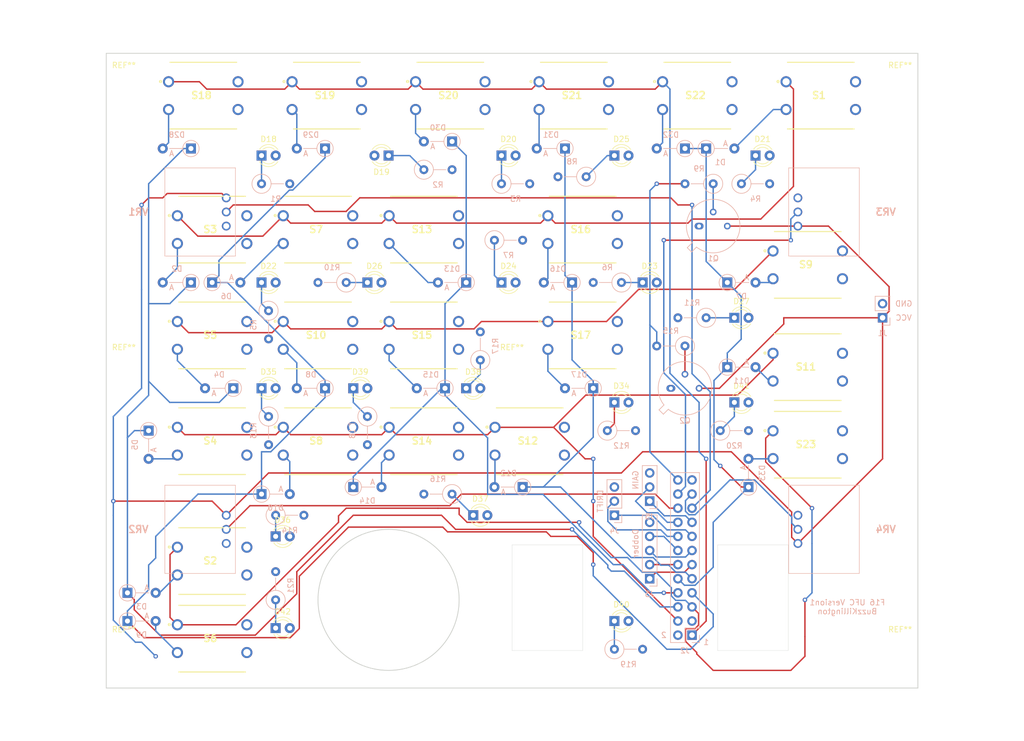
<source format=kicad_pcb>
(kicad_pcb (version 20171130) (host pcbnew "(5.1.10)-1")
  (layers (0 F.Cu signal) (1 In1.Cu power hide) (2 In2.Cu power hide) (31 B.Cu signal) (34 B.Paste user) (35 F.Paste user) (36 B.SilkS user) (37 F.SilkS user) (38 B.Mask user) (39 F.Mask user) (44 Edge.Cuts user))
  (net 0 "")
  (net 1 "Net-(D1-Pad2)")
  (net 2 COL1)
  (net 3 "Net-(D2-Pad2)")
  (net 4 "Net-(D3-Pad2)")
  (net 5 "Net-(D4-Pad2)")
  (net 6 "Net-(D5-Pad2)")
  (net 7 "Net-(D6-Pad2)")
  (net 8 COL2)
  (net 9 "Net-(D7-Pad2)")
  (net 10 "Net-(D8-Pad2)")
  (net 11 "Net-(D9-Pad2)")
  (net 12 "Net-(D10-Pad2)")
  (net 13 "Net-(D11-Pad2)")
  (net 14 COL3)
  (net 15 "Net-(D12-Pad2)")
  (net 16 "Net-(D13-Pad2)")
  (net 17 "Net-(D14-Pad2)")
  (net 18 "Net-(D15-Pad2)")
  (net 19 "Net-(D16-Pad2)")
  (net 20 COL4)
  (net 21 "Net-(D17-Pad2)")
  (net 22 "Net-(D18-Pad1)")
  (net 23 "Net-(D19-Pad1)")
  (net 24 "Net-(D20-Pad1)")
  (net 25 "Net-(D21-Pad1)")
  (net 26 "Net-(D22-Pad1)")
  (net 27 "Net-(D23-Pad1)")
  (net 28 "Net-(D24-Pad1)")
  (net 29 "Net-(D25-Pad1)")
  (net 30 "Net-(D26-Pad1)")
  (net 31 "Net-(D27-Pad1)")
  (net 32 GND)
  (net 33 VCC)
  (net 34 potDEPR)
  (net 35 potCONT)
  (net 36 potBRT)
  (net 37 potSym)
  (net 38 gain2)
  (net 39 gain1)
  (net 40 drift2)
  (net 41 drift1)
  (net 42 dobber4)
  (net 43 dobber3)
  (net 44 dobber2)
  (net 45 dobber1)
  (net 46 ledCtrl)
  (net 47 ROW4)
  (net 48 ROW3)
  (net 49 ROW2)
  (net 50 ROW1)
  (net 51 "Net-(Q1-Pad2)")
  (net 52 "Net-(S1-Pad4)")
  (net 53 "Net-(S1-Pad2)")
  (net 54 "Net-(S2-Pad4)")
  (net 55 "Net-(S2-Pad2)")
  (net 56 "Net-(S3-Pad4)")
  (net 57 "Net-(S3-Pad2)")
  (net 58 "Net-(S4-Pad4)")
  (net 59 "Net-(S4-Pad2)")
  (net 60 "Net-(S5-Pad4)")
  (net 61 "Net-(S5-Pad2)")
  (net 62 "Net-(S6-Pad4)")
  (net 63 "Net-(S6-Pad2)")
  (net 64 "Net-(S7-Pad4)")
  (net 65 "Net-(S7-Pad2)")
  (net 66 "Net-(S8-Pad4)")
  (net 67 "Net-(S8-Pad2)")
  (net 68 "Net-(S9-Pad4)")
  (net 69 "Net-(S9-Pad2)")
  (net 70 "Net-(S10-Pad4)")
  (net 71 "Net-(S10-Pad2)")
  (net 72 "Net-(S11-Pad4)")
  (net 73 "Net-(S11-Pad2)")
  (net 74 "Net-(S12-Pad4)")
  (net 75 "Net-(S12-Pad2)")
  (net 76 "Net-(S13-Pad4)")
  (net 77 "Net-(S13-Pad2)")
  (net 78 "Net-(S14-Pad4)")
  (net 79 "Net-(S14-Pad2)")
  (net 80 "Net-(S15-Pad4)")
  (net 81 "Net-(S15-Pad2)")
  (net 82 "Net-(S16-Pad4)")
  (net 83 "Net-(S16-Pad2)")
  (net 84 "Net-(S17-Pad4)")
  (net 85 "Net-(S17-Pad2)")
  (net 86 COL5)
  (net 87 "Net-(D28-Pad2)")
  (net 88 "Net-(D29-Pad2)")
  (net 89 "Net-(D30-Pad2)")
  (net 90 "Net-(D31-Pad2)")
  (net 91 "Net-(D32-Pad2)")
  (net 92 "Net-(D33-Pad2)")
  (net 93 ROW5)
  (net 94 "Net-(S1-Pad1)")
  (net 95 "Net-(S10-Pad1)")
  (net 96 "Net-(S18-Pad4)")
  (net 97 "Net-(S18-Pad2)")
  (net 98 "Net-(S19-Pad4)")
  (net 99 "Net-(S19-Pad2)")
  (net 100 "Net-(S20-Pad4)")
  (net 101 "Net-(S20-Pad2)")
  (net 102 "Net-(S21-Pad4)")
  (net 103 "Net-(S21-Pad2)")
  (net 104 "Net-(S22-Pad4)")
  (net 105 "Net-(S22-Pad2)")
  (net 106 "Net-(S23-Pad4)")
  (net 107 "Net-(S23-Pad2)")
  (net 108 "Net-(D34-Pad1)")
  (net 109 "Net-(D35-Pad1)")
  (net 110 "Net-(D36-Pad1)")
  (net 111 "Net-(D37-Pad1)")
  (net 112 "Net-(D38-Pad1)")
  (net 113 "Net-(D39-Pad1)")
  (net 114 "Net-(D40-Pad1)")
  (net 115 "Net-(D41-Pad1)")
  (net 116 "Net-(D42-Pad1)")
  (net 117 "Net-(Q2-Pad2)")
  (net 118 /LED1)
  (net 119 /LED2)
  (module MountingHole:MountingHole_3.2mm_M3 (layer F.Cu) (at 161.925 15.875)
    (fp_text reference REF** (at 0 -4.2) (layer F.SilkS))
    (fp_text value MountingHole_3.2mm_M3)
    (pad 1 np_thru_hole circle (at 0 0) (size 3.2 3.2) (drill 3.2) (layers *.Cu *.Mask))
  )
  (module MountingHole:MountingHole_3.2mm_M3 (layer F.Cu) (at 161.925 117.475)
    (fp_text reference REF** (at 0 -4.2) (layer F.SilkS))
    (fp_text value MountingHole_3.2mm_M3)
    (pad 1 np_thru_hole circle (at 0 0) (size 3.2 3.2) (drill 3.2) (layers *.Cu *.Mask))
  )
  (module MountingHole:MountingHole_3.2mm_M3 (layer F.Cu) (at 92.075 66.675)
    (fp_text reference REF** (at 0 -4.2) (layer F.SilkS))
    (fp_text value MountingHole_3.2mm_M3)
    (pad 1 np_thru_hole circle (at 0 0) (size 3.2 3.2) (drill 3.2) (layers *.Cu *.Mask))
  )
  (module MountingHole:MountingHole_3.2mm_M3 (layer F.Cu) (at 22.225 117.475)
    (fp_text reference REF** (at 0 -4.2) (layer F.SilkS))
    (fp_text value MountingHole_3.2mm_M3)
    (pad 1 np_thru_hole circle (at 0 0) (size 3.2 3.2) (drill 3.2) (layers *.Cu *.Mask))
  )
  (module MountingHole:MountingHole_3.2mm_M3 (layer F.Cu) (at 22.225 66.675)
    (fp_text reference REF** (at 0 -4.2) (layer F.SilkS))
    (fp_text value MountingHole_3.2mm_M3)
    (pad 1 np_thru_hole circle (at 0 0) (size 3.2 3.2) (drill 3.2) (layers *.Cu *.Mask))
  )
  (module MountingHole:MountingHole_3.2mm_M3 (layer F.Cu) (at 22.225 15.875)
    (fp_text reference REF** (at 0 -4.2) (layer F.SilkS))
    (fp_text value MountingHole_3.2mm_M3)
    (pad 1 np_thru_hole circle (at 0 0) (size 3.2 3.2) (drill 3.2) (layers *.Cu *.Mask))
  )
  (module Resistor_THT:R_Axial_DIN0309_L9.0mm_D3.2mm_P5.08mm_Vertical (layer B.Cu) (at 49.53 107.95 90)
    (fp_text reference R21 (at 2.54 2.72 90) (layer B.SilkS) (effects (justify mirror)))
    (fp_text value 520)
    (pad 2 thru_hole oval (at 5.08 0 90) (size 1.6 1.6) (drill 0.8) (layers *.Cu *.Mask) (net 32 GND))
    (pad 1 thru_hole circle (at 0 0 90) (size 1.6 1.6) (drill 0.8) (layers *.Cu *.Mask) (net 116 "Net-(D42-Pad1)"))
  )
  (module Resistor_THT:R_Axial_DIN0309_L9.0mm_D3.2mm_P5.08mm_Vertical (layer B.Cu) (at 129.54 77.47)
    (fp_text reference R20 (at 2.54 2.72) (layer B.SilkS) (effects (justify mirror)))
    (fp_text value 520)
    (pad 2 thru_hole oval (at 5.08 0) (size 1.6 1.6) (drill 0.8) (layers *.Cu *.Mask) (net 32 GND))
    (pad 1 thru_hole circle (at 0 0) (size 1.6 1.6) (drill 0.8) (layers *.Cu *.Mask) (net 115 "Net-(D41-Pad1)"))
  )
  (module Resistor_THT:R_Axial_DIN0309_L9.0mm_D3.2mm_P5.08mm_Vertical (layer B.Cu) (at 110.49 116.84)
    (fp_text reference R19 (at 2.54 2.72) (layer B.SilkS) (effects (justify mirror)))
    (fp_text value 520)
    (pad 2 thru_hole oval (at 5.08 0) (size 1.6 1.6) (drill 0.8) (layers *.Cu *.Mask) (net 32 GND))
    (pad 1 thru_hole circle (at 0 0) (size 1.6 1.6) (drill 0.8) (layers *.Cu *.Mask) (net 114 "Net-(D40-Pad1)"))
  )
  (module Resistor_THT:R_Axial_DIN0309_L9.0mm_D3.2mm_P5.08mm_Vertical (layer B.Cu) (at 66.04 74.93 270)
    (fp_text reference R18 (at 2.54 2.72 90) (layer B.SilkS) (effects (justify mirror)))
    (fp_text value 520)
    (pad 2 thru_hole oval (at 5.08 0 270) (size 1.6 1.6) (drill 0.8) (layers *.Cu *.Mask) (net 32 GND))
    (pad 1 thru_hole circle (at 0 0 270) (size 1.6 1.6) (drill 0.8) (layers *.Cu *.Mask) (net 113 "Net-(D39-Pad1)"))
  )
  (module Resistor_THT:R_Axial_DIN0309_L9.0mm_D3.2mm_P5.08mm_Vertical (layer B.Cu) (at 86.36 64.77 90)
    (fp_text reference R17 (at 2.54 2.72 90) (layer B.SilkS) (effects (justify mirror)))
    (fp_text value 520)
    (pad 2 thru_hole oval (at 5.08 0 90) (size 1.6 1.6) (drill 0.8) (layers *.Cu *.Mask) (net 32 GND))
    (pad 1 thru_hole circle (at 0 0 90) (size 1.6 1.6) (drill 0.8) (layers *.Cu *.Mask) (net 112 "Net-(D38-Pad1)"))
  )
  (module Resistor_THT:R_Axial_DIN0309_L9.0mm_D3.2mm_P5.08mm_Vertical (layer B.Cu) (at 81.28 88.9 180)
    (fp_text reference R16 (at 2.54 2.72) (layer B.SilkS) (effects (justify mirror)))
    (fp_text value 520)
    (pad 2 thru_hole oval (at 5.08 0 180) (size 1.6 1.6) (drill 0.8) (layers *.Cu *.Mask) (net 32 GND))
    (pad 1 thru_hole circle (at 0 0 180) (size 1.6 1.6) (drill 0.8) (layers *.Cu *.Mask) (net 111 "Net-(D37-Pad1)"))
  )
  (module Resistor_THT:R_Axial_DIN0309_L9.0mm_D3.2mm_P5.08mm_Vertical (layer B.Cu) (at 123.19 62.23 180)
    (fp_text reference R15 (at 2.54 2.72) (layer B.SilkS) (effects (justify mirror)))
    (fp_text value 1000)
    (pad 2 thru_hole oval (at 5.08 0 180) (size 1.6 1.6) (drill 0.8) (layers *.Cu *.Mask) (net 46 ledCtrl))
    (pad 1 thru_hole circle (at 0 0 180) (size 1.6 1.6) (drill 0.8) (layers *.Cu *.Mask) (net 117 "Net-(Q2-Pad2)"))
  )
  (module Resistor_THT:R_Axial_DIN0309_L9.0mm_D3.2mm_P5.08mm_Vertical (layer B.Cu) (at 49.53 92.71)
    (fp_text reference R14 (at 2.54 2.72) (layer B.SilkS) (effects (justify mirror)))
    (fp_text value 520)
    (pad 2 thru_hole oval (at 5.08 0) (size 1.6 1.6) (drill 0.8) (layers *.Cu *.Mask) (net 32 GND))
    (pad 1 thru_hole circle (at 0 0) (size 1.6 1.6) (drill 0.8) (layers *.Cu *.Mask) (net 110 "Net-(D36-Pad1)"))
  )
  (module Resistor_THT:R_Axial_DIN0309_L9.0mm_D3.2mm_P5.08mm_Vertical (layer B.Cu) (at 48.26 74.93 270)
    (fp_text reference R13 (at 2.54 2.72 90) (layer B.SilkS) (effects (justify mirror)))
    (fp_text value 520)
    (pad 2 thru_hole oval (at 5.08 0 270) (size 1.6 1.6) (drill 0.8) (layers *.Cu *.Mask) (net 32 GND))
    (pad 1 thru_hole circle (at 0 0 270) (size 1.6 1.6) (drill 0.8) (layers *.Cu *.Mask) (net 109 "Net-(D35-Pad1)"))
  )
  (module Resistor_THT:R_Axial_DIN0309_L9.0mm_D3.2mm_P5.08mm_Vertical (layer B.Cu) (at 109.22 77.47)
    (fp_text reference R12 (at 2.54 2.72) (layer B.SilkS) (effects (justify mirror)))
    (fp_text value 520)
    (pad 2 thru_hole oval (at 5.08 0) (size 1.6 1.6) (drill 0.8) (layers *.Cu *.Mask) (net 32 GND))
    (pad 1 thru_hole circle (at 0 0) (size 1.6 1.6) (drill 0.8) (layers *.Cu *.Mask) (net 108 "Net-(D34-Pad1)"))
  )
  (module Resistor_THT:R_Axial_DIN0309_L9.0mm_D3.2mm_P5.08mm_Vertical (layer B.Cu) (at 127 57.15 180)
    (fp_text reference R11 (at 2.54 2.72) (layer B.SilkS) (effects (justify mirror)))
    (fp_text value 520)
    (pad 2 thru_hole oval (at 5.08 0 180) (size 1.6 1.6) (drill 0.8) (layers *.Cu *.Mask) (net 32 GND))
    (pad 1 thru_hole circle (at 0 0 180) (size 1.6 1.6) (drill 0.8) (layers *.Cu *.Mask) (net 31 "Net-(D27-Pad1)"))
  )
  (module Resistor_THT:R_Axial_DIN0309_L9.0mm_D3.2mm_P5.08mm_Vertical (layer B.Cu) (at 62.23 50.8 180)
    (fp_text reference R10 (at 2.54 2.72) (layer B.SilkS) (effects (justify mirror)))
    (fp_text value 520)
    (pad 2 thru_hole oval (at 5.08 0 180) (size 1.6 1.6) (drill 0.8) (layers *.Cu *.Mask) (net 32 GND))
    (pad 1 thru_hole circle (at 0 0 180) (size 1.6 1.6) (drill 0.8) (layers *.Cu *.Mask) (net 30 "Net-(D26-Pad1)"))
  )
  (module Resistor_THT:R_Axial_DIN0309_L9.0mm_D3.2mm_P5.08mm_Vertical (layer B.Cu) (at 128.27 33.02 180)
    (fp_text reference R9 (at 2.54 2.72) (layer B.SilkS) (effects (justify mirror)))
    (fp_text value 1000)
    (pad 2 thru_hole oval (at 5.08 0 180) (size 1.6 1.6) (drill 0.8) (layers *.Cu *.Mask) (net 46 ledCtrl))
    (pad 1 thru_hole circle (at 0 0 180) (size 1.6 1.6) (drill 0.8) (layers *.Cu *.Mask) (net 51 "Net-(Q1-Pad2)"))
  )
  (module Resistor_THT:R_Axial_DIN0309_L9.0mm_D3.2mm_P5.08mm_Vertical (layer B.Cu) (at 105.41 31.75 180)
    (fp_text reference R8 (at 2.54 2.72) (layer B.SilkS) (effects (justify mirror)))
    (fp_text value 520)
    (pad 2 thru_hole oval (at 5.08 0 180) (size 1.6 1.6) (drill 0.8) (layers *.Cu *.Mask) (net 32 GND))
    (pad 1 thru_hole circle (at 0 0 180) (size 1.6 1.6) (drill 0.8) (layers *.Cu *.Mask) (net 29 "Net-(D25-Pad1)"))
  )
  (module Resistor_THT:R_Axial_DIN0309_L9.0mm_D3.2mm_P5.08mm_Vertical (layer B.Cu) (at 88.9 43.18)
    (fp_text reference R7 (at 2.54 2.72) (layer B.SilkS) (effects (justify mirror)))
    (fp_text value 520)
    (pad 2 thru_hole oval (at 5.08 0) (size 1.6 1.6) (drill 0.8) (layers *.Cu *.Mask) (net 32 GND))
    (pad 1 thru_hole circle (at 0 0) (size 1.6 1.6) (drill 0.8) (layers *.Cu *.Mask) (net 28 "Net-(D24-Pad1)"))
  )
  (module Resistor_THT:R_Axial_DIN0309_L9.0mm_D3.2mm_P5.08mm_Vertical (layer B.Cu) (at 111.76 50.8 180)
    (fp_text reference R6 (at 2.54 2.72) (layer B.SilkS) (effects (justify mirror)))
    (fp_text value 520)
    (pad 2 thru_hole oval (at 5.08 0 180) (size 1.6 1.6) (drill 0.8) (layers *.Cu *.Mask) (net 32 GND))
    (pad 1 thru_hole circle (at 0 0 180) (size 1.6 1.6) (drill 0.8) (layers *.Cu *.Mask) (net 27 "Net-(D23-Pad1)"))
  )
  (module Resistor_THT:R_Axial_DIN0309_L9.0mm_D3.2mm_P5.08mm_Vertical (layer B.Cu) (at 48.26 55.88 270)
    (fp_text reference R5 (at 2.54 2.72 90) (layer B.SilkS) (effects (justify mirror)))
    (fp_text value 520)
    (pad 2 thru_hole oval (at 5.08 0 270) (size 1.6 1.6) (drill 0.8) (layers *.Cu *.Mask) (net 32 GND))
    (pad 1 thru_hole circle (at 0 0 270) (size 1.6 1.6) (drill 0.8) (layers *.Cu *.Mask) (net 26 "Net-(D22-Pad1)"))
  )
  (module Resistor_THT:R_Axial_DIN0309_L9.0mm_D3.2mm_P5.08mm_Vertical (layer B.Cu) (at 133.35 33.02)
    (fp_text reference R4 (at 2.54 2.72) (layer B.SilkS) (effects (justify mirror)))
    (fp_text value 520)
    (pad 2 thru_hole oval (at 5.08 0) (size 1.6 1.6) (drill 0.8) (layers *.Cu *.Mask) (net 32 GND))
    (pad 1 thru_hole circle (at 0 0) (size 1.6 1.6) (drill 0.8) (layers *.Cu *.Mask) (net 25 "Net-(D21-Pad1)"))
  )
  (module Resistor_THT:R_Axial_DIN0309_L9.0mm_D3.2mm_P5.08mm_Vertical (layer B.Cu) (at 90.17 33.02)
    (fp_text reference R3 (at 2.54 2.72) (layer B.SilkS) (effects (justify mirror)))
    (fp_text value 520)
    (pad 2 thru_hole oval (at 5.08 0) (size 1.6 1.6) (drill 0.8) (layers *.Cu *.Mask) (net 32 GND))
    (pad 1 thru_hole circle (at 0 0) (size 1.6 1.6) (drill 0.8) (layers *.Cu *.Mask) (net 24 "Net-(D20-Pad1)"))
  )
  (module Resistor_THT:R_Axial_DIN0309_L9.0mm_D3.2mm_P5.08mm_Vertical (layer B.Cu) (at 76.2 30.48)
    (fp_text reference R2 (at 2.54 2.72) (layer B.SilkS) (effects (justify mirror)))
    (fp_text value 520)
    (pad 2 thru_hole oval (at 5.08 0) (size 1.6 1.6) (drill 0.8) (layers *.Cu *.Mask) (net 32 GND))
    (pad 1 thru_hole circle (at 0 0) (size 1.6 1.6) (drill 0.8) (layers *.Cu *.Mask) (net 23 "Net-(D19-Pad1)"))
  )
  (module Resistor_THT:R_Axial_DIN0309_L9.0mm_D3.2mm_P5.08mm_Vertical (layer B.Cu) (at 46.99 33.02)
    (fp_text reference R1 (at 2.54 2.72) (layer B.SilkS) (effects (justify mirror)))
    (fp_text value 520)
    (pad 2 thru_hole oval (at 5.08 0) (size 1.6 1.6) (drill 0.8) (layers *.Cu *.Mask) (net 32 GND))
    (pad 1 thru_hole circle (at 0 0) (size 1.6 1.6) (drill 0.8) (layers *.Cu *.Mask) (net 22 "Net-(D18-Pad1)"))
  )
  (module Diode_THT:D_A-405_P5.08mm_Vertical_AnodeUp (layer B.Cu) (at 134.62 87.63 90)
    (fp_text reference D33 (at 2.54 2.47 90) (layer B.SilkS) (effects (justify mirror)))
    (fp_text value D)
    (fp_text user A (at 3.48 -0.9 90) (layer B.SilkS) (effects (justify mirror)))
    (pad 2 thru_hole oval (at 5.08 0 90) (size 1.8 1.8) (drill 0.9) (layers *.Cu *.Mask) (net 92 "Net-(D33-Pad2)"))
    (pad 1 thru_hole rect (at 0 0 90) (size 1.8 1.8) (drill 0.9) (layers *.Cu *.Mask) (net 86 COL5))
  )
  (module Diode_THT:D_A-405_P5.08mm_Vertical_AnodeUp (layer B.Cu) (at 123.19 26.67 180)
    (fp_text reference D32 (at 2.54 2.47) (layer B.SilkS) (effects (justify mirror)))
    (fp_text value D)
    (fp_text user A (at 3.48 -0.9) (layer B.SilkS) (effects (justify mirror)))
    (pad 2 thru_hole oval (at 5.08 0 180) (size 1.8 1.8) (drill 0.9) (layers *.Cu *.Mask) (net 91 "Net-(D32-Pad2)"))
    (pad 1 thru_hole rect (at 0 0 180) (size 1.8 1.8) (drill 0.9) (layers *.Cu *.Mask) (net 86 COL5))
  )
  (module Diode_THT:D_A-405_P5.08mm_Vertical_AnodeUp (layer B.Cu) (at 101.6 26.67 180)
    (fp_text reference D31 (at 2.54 2.47) (layer B.SilkS) (effects (justify mirror)))
    (fp_text value D)
    (fp_text user A (at 3.48 -0.9) (layer B.SilkS) (effects (justify mirror)))
    (pad 2 thru_hole oval (at 5.08 0 180) (size 1.8 1.8) (drill 0.9) (layers *.Cu *.Mask) (net 90 "Net-(D31-Pad2)"))
    (pad 1 thru_hole rect (at 0 0 180) (size 1.8 1.8) (drill 0.9) (layers *.Cu *.Mask) (net 20 COL4))
  )
  (module Diode_THT:D_A-405_P5.08mm_Vertical_AnodeUp (layer B.Cu) (at 81.28 25.4 180)
    (fp_text reference D30 (at 2.54 2.47) (layer B.SilkS) (effects (justify mirror)))
    (fp_text value D)
    (fp_text user A (at 3.48 -0.9) (layer B.SilkS) (effects (justify mirror)))
    (pad 2 thru_hole oval (at 5.08 0 180) (size 1.8 1.8) (drill 0.9) (layers *.Cu *.Mask) (net 89 "Net-(D30-Pad2)"))
    (pad 1 thru_hole rect (at 0 0 180) (size 1.8 1.8) (drill 0.9) (layers *.Cu *.Mask) (net 14 COL3))
  )
  (module Diode_THT:D_A-405_P5.08mm_Vertical_AnodeUp (layer B.Cu) (at 58.42 26.67 180)
    (fp_text reference D29 (at 2.54 2.47) (layer B.SilkS) (effects (justify mirror)))
    (fp_text value D)
    (fp_text user A (at 3.48 -0.9) (layer B.SilkS) (effects (justify mirror)))
    (pad 2 thru_hole oval (at 5.08 0 180) (size 1.8 1.8) (drill 0.9) (layers *.Cu *.Mask) (net 88 "Net-(D29-Pad2)"))
    (pad 1 thru_hole rect (at 0 0 180) (size 1.8 1.8) (drill 0.9) (layers *.Cu *.Mask) (net 8 COL2))
  )
  (module Diode_THT:D_A-405_P5.08mm_Vertical_AnodeUp (layer B.Cu) (at 34.29 26.67 180)
    (fp_text reference D28 (at 2.54 2.47) (layer B.SilkS) (effects (justify mirror)))
    (fp_text value D)
    (fp_text user A (at 3.48 -0.9) (layer B.SilkS) (effects (justify mirror)))
    (pad 2 thru_hole oval (at 5.08 0 180) (size 1.8 1.8) (drill 0.9) (layers *.Cu *.Mask) (net 87 "Net-(D28-Pad2)"))
    (pad 1 thru_hole rect (at 0 0 180) (size 1.8 1.8) (drill 0.9) (layers *.Cu *.Mask) (net 2 COL1))
  )
  (module Diode_THT:D_A-405_P5.08mm_Vertical_AnodeUp (layer B.Cu) (at 106.68 69.85 180)
    (fp_text reference D17 (at 2.54 2.47) (layer B.SilkS) (effects (justify mirror)))
    (fp_text value D)
    (fp_text user A (at 3.48 -0.9) (layer B.SilkS) (effects (justify mirror)))
    (pad 2 thru_hole oval (at 5.08 0 180) (size 1.8 1.8) (drill 0.9) (layers *.Cu *.Mask) (net 21 "Net-(D17-Pad2)"))
    (pad 1 thru_hole rect (at 0 0 180) (size 1.8 1.8) (drill 0.9) (layers *.Cu *.Mask) (net 20 COL4))
  )
  (module Diode_THT:D_A-405_P5.08mm_Vertical_AnodeUp (layer B.Cu) (at 102.87 50.8 180)
    (fp_text reference D16 (at 2.54 2.47) (layer B.SilkS) (effects (justify mirror)))
    (fp_text value D)
    (fp_text user A (at 3.48 -0.9) (layer B.SilkS) (effects (justify mirror)))
    (pad 2 thru_hole oval (at 5.08 0 180) (size 1.8 1.8) (drill 0.9) (layers *.Cu *.Mask) (net 19 "Net-(D16-Pad2)"))
    (pad 1 thru_hole rect (at 0 0 180) (size 1.8 1.8) (drill 0.9) (layers *.Cu *.Mask) (net 20 COL4))
  )
  (module Diode_THT:D_A-405_P5.08mm_Vertical_AnodeUp (layer B.Cu) (at 80.01 69.85 180)
    (fp_text reference D15 (at 2.54 2.47) (layer B.SilkS) (effects (justify mirror)))
    (fp_text value D)
    (fp_text user A (at 3.48 -0.9) (layer B.SilkS) (effects (justify mirror)))
    (pad 2 thru_hole oval (at 5.08 0 180) (size 1.8 1.8) (drill 0.9) (layers *.Cu *.Mask) (net 18 "Net-(D15-Pad2)"))
    (pad 1 thru_hole rect (at 0 0 180) (size 1.8 1.8) (drill 0.9) (layers *.Cu *.Mask) (net 14 COL3))
  )
  (module Diode_THT:D_A-405_P5.08mm_Vertical_AnodeUp (layer B.Cu) (at 63.5 87.63)
    (fp_text reference D14 (at 2.54 2.47) (layer B.SilkS) (effects (justify mirror)))
    (fp_text value D)
    (fp_text user A (at 3.48 -0.9) (layer B.SilkS) (effects (justify mirror)))
    (pad 2 thru_hole oval (at 5.08 0) (size 1.8 1.8) (drill 0.9) (layers *.Cu *.Mask) (net 17 "Net-(D14-Pad2)"))
    (pad 1 thru_hole rect (at 0 0) (size 1.8 1.8) (drill 0.9) (layers *.Cu *.Mask) (net 14 COL3))
  )
  (module Diode_THT:D_A-405_P5.08mm_Vertical_AnodeUp (layer B.Cu) (at 83.82 50.8 180)
    (fp_text reference D13 (at 2.54 2.47) (layer B.SilkS) (effects (justify mirror)))
    (fp_text value D)
    (fp_text user A (at 3.48 -0.9) (layer B.SilkS) (effects (justify mirror)))
    (pad 2 thru_hole oval (at 5.08 0 180) (size 1.8 1.8) (drill 0.9) (layers *.Cu *.Mask) (net 16 "Net-(D13-Pad2)"))
    (pad 1 thru_hole rect (at 0 0 180) (size 1.8 1.8) (drill 0.9) (layers *.Cu *.Mask) (net 14 COL3))
  )
  (module Diode_THT:D_A-405_P5.08mm_Vertical_AnodeUp (layer B.Cu) (at 93.98 87.63 180)
    (fp_text reference D12 (at 2.54 2.47) (layer B.SilkS) (effects (justify mirror)))
    (fp_text value D)
    (fp_text user A (at 3.48 -0.9) (layer B.SilkS) (effects (justify mirror)))
    (pad 2 thru_hole oval (at 5.08 0 180) (size 1.8 1.8) (drill 0.9) (layers *.Cu *.Mask) (net 15 "Net-(D12-Pad2)"))
    (pad 1 thru_hole rect (at 0 0 180) (size 1.8 1.8) (drill 0.9) (layers *.Cu *.Mask) (net 20 COL4))
  )
  (module Diode_THT:D_A-405_P5.08mm_Vertical_AnodeUp (layer B.Cu) (at 130.81 66.04)
    (fp_text reference D11 (at 2.54 2.47) (layer B.SilkS) (effects (justify mirror)))
    (fp_text value D)
    (fp_text user A (at 3.48 -0.9) (layer B.SilkS) (effects (justify mirror)))
    (pad 2 thru_hole oval (at 5.08 0) (size 1.8 1.8) (drill 0.9) (layers *.Cu *.Mask) (net 13 "Net-(D11-Pad2)"))
    (pad 1 thru_hole rect (at 0 0) (size 1.8 1.8) (drill 0.9) (layers *.Cu *.Mask) (net 86 COL5))
  )
  (module Diode_THT:D_A-405_P5.08mm_Vertical_AnodeUp (layer B.Cu) (at 46.99 88.9)
    (fp_text reference D10 (at 2.54 2.47) (layer B.SilkS) (effects (justify mirror)))
    (fp_text value D)
    (fp_text user A (at 3.48 -0.9) (layer B.SilkS) (effects (justify mirror)))
    (pad 2 thru_hole oval (at 5.08 0) (size 1.8 1.8) (drill 0.9) (layers *.Cu *.Mask) (net 12 "Net-(D10-Pad2)"))
    (pad 1 thru_hole rect (at 0 0) (size 1.8 1.8) (drill 0.9) (layers *.Cu *.Mask) (net 8 COL2))
  )
  (module Diode_THT:D_A-405_P5.08mm_Vertical_AnodeUp (layer B.Cu) (at 22.86 111.76)
    (fp_text reference D9 (at 2.54 2.47) (layer B.SilkS) (effects (justify mirror)))
    (fp_text value D)
    (fp_text user A (at 3.48 -0.9) (layer B.SilkS) (effects (justify mirror)))
    (pad 2 thru_hole oval (at 5.08 0) (size 1.8 1.8) (drill 0.9) (layers *.Cu *.Mask) (net 11 "Net-(D9-Pad2)"))
    (pad 1 thru_hole rect (at 0 0) (size 1.8 1.8) (drill 0.9) (layers *.Cu *.Mask) (net 8 COL2))
  )
  (module Diode_THT:D_A-405_P5.08mm_Vertical_AnodeUp (layer B.Cu) (at 58.42 69.85 180)
    (fp_text reference D8 (at 2.54 2.47) (layer B.SilkS) (effects (justify mirror)))
    (fp_text value D)
    (fp_text user A (at 3.48 -0.9) (layer B.SilkS) (effects (justify mirror)))
    (pad 2 thru_hole oval (at 5.08 0 180) (size 1.8 1.8) (drill 0.9) (layers *.Cu *.Mask) (net 10 "Net-(D8-Pad2)"))
    (pad 1 thru_hole rect (at 0 0 180) (size 1.8 1.8) (drill 0.9) (layers *.Cu *.Mask) (net 8 COL2))
  )
  (module Diode_THT:D_A-405_P5.08mm_Vertical_AnodeUp (layer B.Cu) (at 130.81 50.8)
    (fp_text reference D7 (at 2.54 2.47) (layer B.SilkS) (effects (justify mirror)))
    (fp_text value D)
    (fp_text user A (at 3.48 -0.9) (layer B.SilkS) (effects (justify mirror)))
    (pad 2 thru_hole oval (at 5.08 0) (size 1.8 1.8) (drill 0.9) (layers *.Cu *.Mask) (net 9 "Net-(D7-Pad2)"))
    (pad 1 thru_hole rect (at 0 0) (size 1.8 1.8) (drill 0.9) (layers *.Cu *.Mask) (net 86 COL5))
  )
  (module Diode_THT:D_A-405_P5.08mm_Vertical_AnodeUp (layer B.Cu) (at 38.1 50.8)
    (fp_text reference D6 (at 2.54 2.47) (layer B.SilkS) (effects (justify mirror)))
    (fp_text value D)
    (fp_text user A (at 3.48 -0.9) (layer B.SilkS) (effects (justify mirror)))
    (pad 2 thru_hole oval (at 5.08 0) (size 1.8 1.8) (drill 0.9) (layers *.Cu *.Mask) (net 7 "Net-(D6-Pad2)"))
    (pad 1 thru_hole rect (at 0 0) (size 1.8 1.8) (drill 0.9) (layers *.Cu *.Mask) (net 8 COL2))
  )
  (module Diode_THT:D_A-405_P5.08mm_Vertical_AnodeUp (layer B.Cu) (at 26.67 77.47 270)
    (fp_text reference D5 (at 2.54 2.47 90) (layer B.SilkS) (effects (justify mirror)))
    (fp_text value D)
    (fp_text user A (at 3.48 -0.9 90) (layer B.SilkS) (effects (justify mirror)))
    (pad 2 thru_hole oval (at 5.08 0 270) (size 1.8 1.8) (drill 0.9) (layers *.Cu *.Mask) (net 6 "Net-(D5-Pad2)"))
    (pad 1 thru_hole rect (at 0 0 270) (size 1.8 1.8) (drill 0.9) (layers *.Cu *.Mask) (net 2 COL1))
  )
  (module Diode_THT:D_A-405_P5.08mm_Vertical_AnodeUp (layer B.Cu) (at 41.91 69.85 180)
    (fp_text reference D4 (at 2.54 2.47) (layer B.SilkS) (effects (justify mirror)))
    (fp_text value D)
    (fp_text user A (at 3.48 -0.9) (layer B.SilkS) (effects (justify mirror)))
    (pad 2 thru_hole oval (at 5.08 0 180) (size 1.8 1.8) (drill 0.9) (layers *.Cu *.Mask) (net 5 "Net-(D4-Pad2)"))
    (pad 1 thru_hole rect (at 0 0 180) (size 1.8 1.8) (drill 0.9) (layers *.Cu *.Mask) (net 2 COL1))
  )
  (module Diode_THT:D_A-405_P5.08mm_Vertical_AnodeUp (layer B.Cu) (at 22.86 106.68)
    (fp_text reference D3 (at 2.54 2.47) (layer B.SilkS) (effects (justify mirror)))
    (fp_text value D)
    (fp_text user A (at 3.48 -0.9) (layer B.SilkS) (effects (justify mirror)))
    (pad 2 thru_hole oval (at 5.08 0) (size 1.8 1.8) (drill 0.9) (layers *.Cu *.Mask) (net 4 "Net-(D3-Pad2)"))
    (pad 1 thru_hole rect (at 0 0) (size 1.8 1.8) (drill 0.9) (layers *.Cu *.Mask) (net 2 COL1))
  )
  (module Diode_THT:D_A-405_P5.08mm_Vertical_AnodeUp (layer B.Cu) (at 34.29 50.8 180)
    (fp_text reference D2 (at 2.54 2.47) (layer B.SilkS) (effects (justify mirror)))
    (fp_text value D)
    (fp_text user A (at 3.48 -0.9) (layer B.SilkS) (effects (justify mirror)))
    (pad 2 thru_hole oval (at 5.08 0 180) (size 1.8 1.8) (drill 0.9) (layers *.Cu *.Mask) (net 3 "Net-(D2-Pad2)"))
    (pad 1 thru_hole rect (at 0 0 180) (size 1.8 1.8) (drill 0.9) (layers *.Cu *.Mask) (net 2 COL1))
  )
  (module Diode_THT:D_A-405_P5.08mm_Vertical_AnodeUp (layer B.Cu) (at 127 26.67)
    (fp_text reference D1 (at 2.54 2.47) (layer B.SilkS) (effects (justify mirror)))
    (fp_text value D)
    (fp_text user A (at 3.48 -0.9) (layer B.SilkS) (effects (justify mirror)))
    (pad 2 thru_hole oval (at 5.08 0) (size 1.8 1.8) (drill 0.9) (layers *.Cu *.Mask) (net 1 "Net-(D1-Pad2)"))
    (pad 1 thru_hole rect (at 0 0) (size 1.8 1.8) (drill 0.9) (layers *.Cu *.Mask) (net 86 COL5))
  )
  (module Package_TO_SOT_THT:TO-39-3 (layer B.Cu) (at 120.65 69.85)
    (fp_text reference Q2 (at 2.54 5.82) (layer B.SilkS) (effects (justify mirror)))
    (fp_text value 2N2219)
    (pad 3 thru_hole oval (at 5.08 0) (size 1.2 1.2) (drill 0.7) (layers *.Cu *.Mask) (net 33 VCC))
    (pad 2 thru_hole oval (at 2.54 -2.54) (size 1.2 1.2) (drill 0.7) (layers *.Cu *.Mask) (net 117 "Net-(Q2-Pad2)"))
    (pad 1 thru_hole oval (at 0 0) (size 1.6 1.2) (drill 0.7) (layers *.Cu *.Mask) (net 119 /LED2))
  )
  (module LED_THT:LED_D3.0mm (layer F.Cu) (at 49.53 113.03)
    (fp_text reference D42 (at 1.27 -2.96) (layer F.SilkS))
    (fp_text value LED)
    (pad 2 thru_hole circle (at 2.54 0) (size 1.8 1.8) (drill 0.9) (layers *.Cu *.Mask) (net 119 /LED2))
    (pad 1 thru_hole rect (at 0 0) (size 1.8 1.8) (drill 0.9) (layers *.Cu *.Mask) (net 116 "Net-(D42-Pad1)"))
  )
  (module LED_THT:LED_D3.0mm (layer F.Cu) (at 132.08 72.39)
    (fp_text reference D41 (at 1.27 -2.96) (layer F.SilkS))
    (fp_text value LED)
    (pad 2 thru_hole circle (at 2.54 0) (size 1.8 1.8) (drill 0.9) (layers *.Cu *.Mask) (net 119 /LED2))
    (pad 1 thru_hole rect (at 0 0) (size 1.8 1.8) (drill 0.9) (layers *.Cu *.Mask) (net 115 "Net-(D41-Pad1)"))
  )
  (module LED_THT:LED_D3.0mm (layer F.Cu) (at 110.49 111.76)
    (fp_text reference D40 (at 1.27 -2.96) (layer F.SilkS))
    (fp_text value LED)
    (pad 2 thru_hole circle (at 2.54 0) (size 1.8 1.8) (drill 0.9) (layers *.Cu *.Mask) (net 119 /LED2))
    (pad 1 thru_hole rect (at 0 0) (size 1.8 1.8) (drill 0.9) (layers *.Cu *.Mask) (net 114 "Net-(D40-Pad1)"))
  )
  (module LED_THT:LED_D3.0mm (layer F.Cu) (at 63.5 69.85)
    (fp_text reference D39 (at 1.27 -2.96) (layer F.SilkS))
    (fp_text value LED)
    (pad 2 thru_hole circle (at 2.54 0) (size 1.8 1.8) (drill 0.9) (layers *.Cu *.Mask) (net 119 /LED2))
    (pad 1 thru_hole rect (at 0 0) (size 1.8 1.8) (drill 0.9) (layers *.Cu *.Mask) (net 113 "Net-(D39-Pad1)"))
  )
  (module LED_THT:LED_D3.0mm (layer F.Cu) (at 83.82 69.85)
    (fp_text reference D38 (at 1.27 -2.96) (layer F.SilkS))
    (fp_text value LED)
    (pad 2 thru_hole circle (at 2.54 0) (size 1.8 1.8) (drill 0.9) (layers *.Cu *.Mask) (net 119 /LED2))
    (pad 1 thru_hole rect (at 0 0) (size 1.8 1.8) (drill 0.9) (layers *.Cu *.Mask) (net 112 "Net-(D38-Pad1)"))
  )
  (module LED_THT:LED_D3.0mm (layer F.Cu) (at 85.09 92.71)
    (fp_text reference D37 (at 1.27 -2.96) (layer F.SilkS))
    (fp_text value LED)
    (pad 2 thru_hole circle (at 2.54 0) (size 1.8 1.8) (drill 0.9) (layers *.Cu *.Mask) (net 119 /LED2))
    (pad 1 thru_hole rect (at 0 0) (size 1.8 1.8) (drill 0.9) (layers *.Cu *.Mask) (net 111 "Net-(D37-Pad1)"))
  )
  (module LED_THT:LED_D3.0mm (layer F.Cu) (at 49.53 96.52)
    (fp_text reference D36 (at 1.27 -2.96) (layer F.SilkS))
    (fp_text value LED)
    (pad 2 thru_hole circle (at 2.54 0) (size 1.8 1.8) (drill 0.9) (layers *.Cu *.Mask) (net 119 /LED2))
    (pad 1 thru_hole rect (at 0 0) (size 1.8 1.8) (drill 0.9) (layers *.Cu *.Mask) (net 110 "Net-(D36-Pad1)"))
  )
  (module LED_THT:LED_D3.0mm (layer F.Cu) (at 46.99 69.85)
    (fp_text reference D35 (at 1.27 -2.96) (layer F.SilkS))
    (fp_text value LED)
    (pad 2 thru_hole circle (at 2.54 0) (size 1.8 1.8) (drill 0.9) (layers *.Cu *.Mask) (net 119 /LED2))
    (pad 1 thru_hole rect (at 0 0) (size 1.8 1.8) (drill 0.9) (layers *.Cu *.Mask) (net 109 "Net-(D35-Pad1)"))
  )
  (module LED_THT:LED_D3.0mm (layer F.Cu) (at 110.49 72.39)
    (fp_text reference D34 (at 1.27 -2.96) (layer F.SilkS))
    (fp_text value LED)
    (pad 2 thru_hole circle (at 2.54 0) (size 1.8 1.8) (drill 0.9) (layers *.Cu *.Mask) (net 119 /LED2))
    (pad 1 thru_hole rect (at 0 0) (size 1.8 1.8) (drill 0.9) (layers *.Cu *.Mask) (net 108 "Net-(D34-Pad1)"))
  )
  (module kiCadLibrary:SKHCBEA010 (layer F.Cu) (at 145.288 80.01)
    (fp_text reference S23 (at -0.334 -0.057) (layer F.SilkS) (effects (font (size 1.27 1.27) (thickness 0.254))))
    (fp_text value SKHCBEA010 hide)
    (pad 6 np_thru_hole circle (at 0 4.5) (size 1.8 0) (drill 1.8) (layers *.Cu *.Mask))
    (pad 5 np_thru_hole circle (at 0 -4.5) (size 1.8 0) (drill 1.8) (layers *.Cu *.Mask))
    (pad 4 thru_hole circle (at 6.25 2.5) (size 2 2) (drill 1.3) (layers *.Cu *.Mask) (net 106 "Net-(S23-Pad4)"))
    (pad 3 thru_hole circle (at -6.25 2.5) (size 2 2) (drill 1.3) (layers *.Cu *.Mask) (net 92 "Net-(D33-Pad2)"))
    (pad 2 thru_hole circle (at 6.25 -2.5) (size 2 2) (drill 1.3) (layers *.Cu *.Mask) (net 107 "Net-(S23-Pad2)"))
    (pad 1 thru_hole circle (at -6.25 -2.5) (size 2 2) (drill 1.3) (layers *.Cu *.Mask) (net 93 ROW5))
  )
  (module kiCadLibrary:SKHCBEA010 (layer F.Cu) (at 125.4125 17.145)
    (fp_text reference S22 (at -0.334 -0.057) (layer F.SilkS) (effects (font (size 1.27 1.27) (thickness 0.254))))
    (fp_text value SKHCBEA010 hide)
    (pad 6 np_thru_hole circle (at 0 4.5) (size 1.8 0) (drill 1.8) (layers *.Cu *.Mask))
    (pad 5 np_thru_hole circle (at 0 -4.5) (size 1.8 0) (drill 1.8) (layers *.Cu *.Mask))
    (pad 4 thru_hole circle (at 6.25 2.5) (size 2 2) (drill 1.3) (layers *.Cu *.Mask) (net 104 "Net-(S22-Pad4)"))
    (pad 3 thru_hole circle (at -6.25 2.5) (size 2 2) (drill 1.3) (layers *.Cu *.Mask) (net 91 "Net-(D32-Pad2)"))
    (pad 2 thru_hole circle (at 6.25 -2.5) (size 2 2) (drill 1.3) (layers *.Cu *.Mask) (net 105 "Net-(S22-Pad2)"))
    (pad 1 thru_hole circle (at -6.25 -2.5) (size 2 2) (drill 1.3) (layers *.Cu *.Mask) (net 50 ROW1))
  )
  (module kiCadLibrary:SKHCBEA010 (layer F.Cu) (at 103.1875 17.145)
    (fp_text reference S21 (at -0.334 -0.057) (layer F.SilkS) (effects (font (size 1.27 1.27) (thickness 0.254))))
    (fp_text value SKHCBEA010 hide)
    (pad 6 np_thru_hole circle (at 0 4.5) (size 1.8 0) (drill 1.8) (layers *.Cu *.Mask))
    (pad 5 np_thru_hole circle (at 0 -4.5) (size 1.8 0) (drill 1.8) (layers *.Cu *.Mask))
    (pad 4 thru_hole circle (at 6.25 2.5) (size 2 2) (drill 1.3) (layers *.Cu *.Mask) (net 102 "Net-(S21-Pad4)"))
    (pad 3 thru_hole circle (at -6.25 2.5) (size 2 2) (drill 1.3) (layers *.Cu *.Mask) (net 90 "Net-(D31-Pad2)"))
    (pad 2 thru_hole circle (at 6.25 -2.5) (size 2 2) (drill 1.3) (layers *.Cu *.Mask) (net 103 "Net-(S21-Pad2)"))
    (pad 1 thru_hole circle (at -6.25 -2.5) (size 2 2) (drill 1.3) (layers *.Cu *.Mask) (net 50 ROW1))
  )
  (module kiCadLibrary:SKHCBEA010 (layer F.Cu) (at 80.9625 17.145)
    (fp_text reference S20 (at -0.334 -0.057) (layer F.SilkS) (effects (font (size 1.27 1.27) (thickness 0.254))))
    (fp_text value SKHCBEA010 hide)
    (pad 6 np_thru_hole circle (at 0 4.5) (size 1.8 0) (drill 1.8) (layers *.Cu *.Mask))
    (pad 5 np_thru_hole circle (at 0 -4.5) (size 1.8 0) (drill 1.8) (layers *.Cu *.Mask))
    (pad 4 thru_hole circle (at 6.25 2.5) (size 2 2) (drill 1.3) (layers *.Cu *.Mask) (net 100 "Net-(S20-Pad4)"))
    (pad 3 thru_hole circle (at -6.25 2.5) (size 2 2) (drill 1.3) (layers *.Cu *.Mask) (net 89 "Net-(D30-Pad2)"))
    (pad 2 thru_hole circle (at 6.25 -2.5) (size 2 2) (drill 1.3) (layers *.Cu *.Mask) (net 101 "Net-(S20-Pad2)"))
    (pad 1 thru_hole circle (at -6.25 -2.5) (size 2 2) (drill 1.3) (layers *.Cu *.Mask) (net 50 ROW1))
  )
  (module kiCadLibrary:SKHCBEA010 (layer F.Cu) (at 58.7375 17.145)
    (fp_text reference S19 (at -0.334 -0.057) (layer F.SilkS) (effects (font (size 1.27 1.27) (thickness 0.254))))
    (fp_text value SKHCBEA010 hide)
    (pad 6 np_thru_hole circle (at 0 4.5) (size 1.8 0) (drill 1.8) (layers *.Cu *.Mask))
    (pad 5 np_thru_hole circle (at 0 -4.5) (size 1.8 0) (drill 1.8) (layers *.Cu *.Mask))
    (pad 4 thru_hole circle (at 6.25 2.5) (size 2 2) (drill 1.3) (layers *.Cu *.Mask) (net 98 "Net-(S19-Pad4)"))
    (pad 3 thru_hole circle (at -6.25 2.5) (size 2 2) (drill 1.3) (layers *.Cu *.Mask) (net 88 "Net-(D29-Pad2)"))
    (pad 2 thru_hole circle (at 6.25 -2.5) (size 2 2) (drill 1.3) (layers *.Cu *.Mask) (net 99 "Net-(S19-Pad2)"))
    (pad 1 thru_hole circle (at -6.25 -2.5) (size 2 2) (drill 1.3) (layers *.Cu *.Mask) (net 50 ROW1))
  )
  (module kiCadLibrary:SKHCBEA010 (layer F.Cu) (at 36.5125 17.145)
    (fp_text reference S18 (at -0.334 -0.057) (layer F.SilkS) (effects (font (size 1.27 1.27) (thickness 0.254))))
    (fp_text value SKHCBEA010 hide)
    (pad 6 np_thru_hole circle (at 0 4.5) (size 1.8 0) (drill 1.8) (layers *.Cu *.Mask))
    (pad 5 np_thru_hole circle (at 0 -4.5) (size 1.8 0) (drill 1.8) (layers *.Cu *.Mask))
    (pad 4 thru_hole circle (at 6.25 2.5) (size 2 2) (drill 1.3) (layers *.Cu *.Mask) (net 96 "Net-(S18-Pad4)"))
    (pad 3 thru_hole circle (at -6.25 2.5) (size 2 2) (drill 1.3) (layers *.Cu *.Mask) (net 87 "Net-(D28-Pad2)"))
    (pad 2 thru_hole circle (at 6.25 -2.5) (size 2 2) (drill 1.3) (layers *.Cu *.Mask) (net 97 "Net-(S18-Pad2)"))
    (pad 1 thru_hole circle (at -6.25 -2.5) (size 2 2) (drill 1.3) (layers *.Cu *.Mask) (net 50 ROW1))
  )
  (module kiCadLibrary:91A1AB28B13L (layer B.Cu) (at 143.51 92.71)
    (fp_text reference VR4 (at 15.813 2.54) (layer B.SilkS) (effects (font (size 1.27 1.27) (thickness 0.254)) (justify mirror)))
    (fp_text value 91A1A-B28-B13L hide)
    (pad 3 thru_hole circle (at 0 5.08) (size 1.59 1.59) (drill 1.06) (layers *.Cu *.Mask) (net 33 VCC))
    (pad 2 thru_hole circle (at 0 2.54) (size 1.59 1.59) (drill 1.06) (layers *.Cu *.Mask) (net 35 potCONT))
    (pad 1 thru_hole circle (at 0 0) (size 1.59 1.59) (drill 1.06) (layers *.Cu *.Mask) (net 32 GND))
  )
  (module kiCadLibrary:91A1AB28B13L (layer B.Cu) (at 143.51 35.56)
    (fp_text reference VR3 (at 15.813 2.54) (layer B.SilkS) (effects (font (size 1.27 1.27) (thickness 0.254)) (justify mirror)))
    (fp_text value 91A1A-B28-B13L hide)
    (pad 3 thru_hole circle (at 0 5.08) (size 1.59 1.59) (drill 1.06) (layers *.Cu *.Mask) (net 33 VCC))
    (pad 2 thru_hole circle (at 0 2.54) (size 1.59 1.59) (drill 1.06) (layers *.Cu *.Mask) (net 34 potDEPR))
    (pad 1 thru_hole circle (at 0 0) (size 1.59 1.59) (drill 1.06) (layers *.Cu *.Mask) (net 32 GND))
  )
  (module kiCadLibrary:91A1AB28B13L (layer B.Cu) (at 40.64 97.79 180)
    (fp_text reference VR2 (at 15.813 2.54) (layer B.SilkS) (effects (font (size 1.27 1.27) (thickness 0.254)) (justify mirror)))
    (fp_text value 91A1A-B28-B13L hide)
    (pad 3 thru_hole circle (at 0 5.08 180) (size 1.59 1.59) (drill 1.06) (layers *.Cu *.Mask) (net 33 VCC))
    (pad 2 thru_hole circle (at 0 2.54 180) (size 1.59 1.59) (drill 1.06) (layers *.Cu *.Mask) (net 36 potBRT))
    (pad 1 thru_hole circle (at 0 0 180) (size 1.59 1.59) (drill 1.06) (layers *.Cu *.Mask) (net 32 GND))
  )
  (module kiCadLibrary:91A1AB28B13L (layer B.Cu) (at 40.64 40.64 180)
    (fp_text reference VR1 (at 15.813 2.54) (layer B.SilkS) (effects (font (size 1.27 1.27) (thickness 0.254)) (justify mirror)))
    (fp_text value 91A1A-B28-B13L hide)
    (pad 3 thru_hole circle (at 0 5.08 180) (size 1.59 1.59) (drill 1.06) (layers *.Cu *.Mask) (net 33 VCC))
    (pad 2 thru_hole circle (at 0 2.54 180) (size 1.59 1.59) (drill 1.06) (layers *.Cu *.Mask) (net 37 potSym))
    (pad 1 thru_hole circle (at 0 0 180) (size 1.59 1.59) (drill 1.06) (layers *.Cu *.Mask) (net 32 GND))
  )
  (module kiCadLibrary:SKHCBEA010 (layer F.Cu) (at 104.775 60.325)
    (fp_text reference S17 (at -0.334 -0.057) (layer F.SilkS) (effects (font (size 1.27 1.27) (thickness 0.254))))
    (fp_text value SKHCBEA010 hide)
    (pad 6 np_thru_hole circle (at 0 4.5) (size 1.8 0) (drill 1.8) (layers *.Cu *.Mask))
    (pad 5 np_thru_hole circle (at 0 -4.5) (size 1.8 0) (drill 1.8) (layers *.Cu *.Mask))
    (pad 4 thru_hole circle (at 6.25 2.5) (size 2 2) (drill 1.3) (layers *.Cu *.Mask) (net 84 "Net-(S17-Pad4)"))
    (pad 3 thru_hole circle (at -6.25 2.5) (size 2 2) (drill 1.3) (layers *.Cu *.Mask) (net 21 "Net-(D17-Pad2)"))
    (pad 2 thru_hole circle (at 6.25 -2.5) (size 2 2) (drill 1.3) (layers *.Cu *.Mask) (net 85 "Net-(S17-Pad2)"))
    (pad 1 thru_hole circle (at -6.25 -2.5) (size 2 2) (drill 1.3) (layers *.Cu *.Mask) (net 95 "Net-(S10-Pad1)"))
  )
  (module kiCadLibrary:SKHCBEA010 (layer F.Cu) (at 104.775 41.275)
    (fp_text reference S16 (at -0.334 -0.057) (layer F.SilkS) (effects (font (size 1.27 1.27) (thickness 0.254))))
    (fp_text value SKHCBEA010 hide)
    (pad 6 np_thru_hole circle (at 0 4.5) (size 1.8 0) (drill 1.8) (layers *.Cu *.Mask))
    (pad 5 np_thru_hole circle (at 0 -4.5) (size 1.8 0) (drill 1.8) (layers *.Cu *.Mask))
    (pad 4 thru_hole circle (at 6.25 2.5) (size 2 2) (drill 1.3) (layers *.Cu *.Mask) (net 82 "Net-(S16-Pad4)"))
    (pad 3 thru_hole circle (at -6.25 2.5) (size 2 2) (drill 1.3) (layers *.Cu *.Mask) (net 19 "Net-(D16-Pad2)"))
    (pad 2 thru_hole circle (at 6.25 -2.5) (size 2 2) (drill 1.3) (layers *.Cu *.Mask) (net 83 "Net-(S16-Pad2)"))
    (pad 1 thru_hole circle (at -6.25 -2.5) (size 2 2) (drill 1.3) (layers *.Cu *.Mask) (net 94 "Net-(S1-Pad1)"))
  )
  (module kiCadLibrary:SKHCBEA010 (layer F.Cu) (at 76.2 60.325)
    (fp_text reference S15 (at -0.334 -0.057) (layer F.SilkS) (effects (font (size 1.27 1.27) (thickness 0.254))))
    (fp_text value SKHCBEA010 hide)
    (pad 6 np_thru_hole circle (at 0 4.5) (size 1.8 0) (drill 1.8) (layers *.Cu *.Mask))
    (pad 5 np_thru_hole circle (at 0 -4.5) (size 1.8 0) (drill 1.8) (layers *.Cu *.Mask))
    (pad 4 thru_hole circle (at 6.25 2.5) (size 2 2) (drill 1.3) (layers *.Cu *.Mask) (net 80 "Net-(S15-Pad4)"))
    (pad 3 thru_hole circle (at -6.25 2.5) (size 2 2) (drill 1.3) (layers *.Cu *.Mask) (net 18 "Net-(D15-Pad2)"))
    (pad 2 thru_hole circle (at 6.25 -2.5) (size 2 2) (drill 1.3) (layers *.Cu *.Mask) (net 81 "Net-(S15-Pad2)"))
    (pad 1 thru_hole circle (at -6.25 -2.5) (size 2 2) (drill 1.3) (layers *.Cu *.Mask) (net 95 "Net-(S10-Pad1)"))
  )
  (module kiCadLibrary:SKHCBEA010 (layer F.Cu) (at 76.2 79.375)
    (fp_text reference S14 (at -0.334 -0.057) (layer F.SilkS) (effects (font (size 1.27 1.27) (thickness 0.254))))
    (fp_text value SKHCBEA010 hide)
    (pad 6 np_thru_hole circle (at 0 4.5) (size 1.8 0) (drill 1.8) (layers *.Cu *.Mask))
    (pad 5 np_thru_hole circle (at 0 -4.5) (size 1.8 0) (drill 1.8) (layers *.Cu *.Mask))
    (pad 4 thru_hole circle (at 6.25 2.5) (size 2 2) (drill 1.3) (layers *.Cu *.Mask) (net 78 "Net-(S14-Pad4)"))
    (pad 3 thru_hole circle (at -6.25 2.5) (size 2 2) (drill 1.3) (layers *.Cu *.Mask) (net 17 "Net-(D14-Pad2)"))
    (pad 2 thru_hole circle (at 6.25 -2.5) (size 2 2) (drill 1.3) (layers *.Cu *.Mask) (net 79 "Net-(S14-Pad2)"))
    (pad 1 thru_hole circle (at -6.25 -2.5) (size 2 2) (drill 1.3) (layers *.Cu *.Mask) (net 47 ROW4))
  )
  (module kiCadLibrary:SKHCBEA010 (layer F.Cu) (at 76.2 41.275)
    (fp_text reference S13 (at -0.334 -0.057) (layer F.SilkS) (effects (font (size 1.27 1.27) (thickness 0.254))))
    (fp_text value SKHCBEA010 hide)
    (pad 6 np_thru_hole circle (at 0 4.5) (size 1.8 0) (drill 1.8) (layers *.Cu *.Mask))
    (pad 5 np_thru_hole circle (at 0 -4.5) (size 1.8 0) (drill 1.8) (layers *.Cu *.Mask))
    (pad 4 thru_hole circle (at 6.25 2.5) (size 2 2) (drill 1.3) (layers *.Cu *.Mask) (net 76 "Net-(S13-Pad4)"))
    (pad 3 thru_hole circle (at -6.25 2.5) (size 2 2) (drill 1.3) (layers *.Cu *.Mask) (net 16 "Net-(D13-Pad2)"))
    (pad 2 thru_hole circle (at 6.25 -2.5) (size 2 2) (drill 1.3) (layers *.Cu *.Mask) (net 77 "Net-(S13-Pad2)"))
    (pad 1 thru_hole circle (at -6.25 -2.5) (size 2 2) (drill 1.3) (layers *.Cu *.Mask) (net 94 "Net-(S1-Pad1)"))
  )
  (module kiCadLibrary:SKHCBEA010 (layer F.Cu) (at 95.25 79.375)
    (fp_text reference S12 (at -0.334 -0.057) (layer F.SilkS) (effects (font (size 1.27 1.27) (thickness 0.254))))
    (fp_text value SKHCBEA010 hide)
    (pad 6 np_thru_hole circle (at 0 4.5) (size 1.8 0) (drill 1.8) (layers *.Cu *.Mask))
    (pad 5 np_thru_hole circle (at 0 -4.5) (size 1.8 0) (drill 1.8) (layers *.Cu *.Mask))
    (pad 4 thru_hole circle (at 6.25 2.5) (size 2 2) (drill 1.3) (layers *.Cu *.Mask) (net 74 "Net-(S12-Pad4)"))
    (pad 3 thru_hole circle (at -6.25 2.5) (size 2 2) (drill 1.3) (layers *.Cu *.Mask) (net 15 "Net-(D12-Pad2)"))
    (pad 2 thru_hole circle (at 6.25 -2.5) (size 2 2) (drill 1.3) (layers *.Cu *.Mask) (net 75 "Net-(S12-Pad2)"))
    (pad 1 thru_hole circle (at -6.25 -2.5) (size 2 2) (drill 1.3) (layers *.Cu *.Mask) (net 47 ROW4))
  )
  (module kiCadLibrary:SKHCBEA010 (layer F.Cu) (at 145.288 66.04)
    (fp_text reference S11 (at -0.334 -0.057) (layer F.SilkS) (effects (font (size 1.27 1.27) (thickness 0.254))))
    (fp_text value SKHCBEA010 hide)
    (pad 6 np_thru_hole circle (at 0 4.5) (size 1.8 0) (drill 1.8) (layers *.Cu *.Mask))
    (pad 5 np_thru_hole circle (at 0 -4.5) (size 1.8 0) (drill 1.8) (layers *.Cu *.Mask))
    (pad 4 thru_hole circle (at 6.25 2.5) (size 2 2) (drill 1.3) (layers *.Cu *.Mask) (net 72 "Net-(S11-Pad4)"))
    (pad 3 thru_hole circle (at -6.25 2.5) (size 2 2) (drill 1.3) (layers *.Cu *.Mask) (net 13 "Net-(D11-Pad2)"))
    (pad 2 thru_hole circle (at 6.25 -2.5) (size 2 2) (drill 1.3) (layers *.Cu *.Mask) (net 73 "Net-(S11-Pad2)"))
    (pad 1 thru_hole circle (at -6.25 -2.5) (size 2 2) (drill 1.3) (layers *.Cu *.Mask) (net 47 ROW4))
  )
  (module kiCadLibrary:SKHCBEA010 (layer F.Cu) (at 57.15 60.325)
    (fp_text reference S10 (at -0.334 -0.057) (layer F.SilkS) (effects (font (size 1.27 1.27) (thickness 0.254))))
    (fp_text value SKHCBEA010 hide)
    (pad 6 np_thru_hole circle (at 0 4.5) (size 1.8 0) (drill 1.8) (layers *.Cu *.Mask))
    (pad 5 np_thru_hole circle (at 0 -4.5) (size 1.8 0) (drill 1.8) (layers *.Cu *.Mask))
    (pad 4 thru_hole circle (at 6.25 2.5) (size 2 2) (drill 1.3) (layers *.Cu *.Mask) (net 70 "Net-(S10-Pad4)"))
    (pad 3 thru_hole circle (at -6.25 2.5) (size 2 2) (drill 1.3) (layers *.Cu *.Mask) (net 10 "Net-(D8-Pad2)"))
    (pad 2 thru_hole circle (at 6.25 -2.5) (size 2 2) (drill 1.3) (layers *.Cu *.Mask) (net 71 "Net-(S10-Pad2)"))
    (pad 1 thru_hole circle (at -6.25 -2.5) (size 2 2) (drill 1.3) (layers *.Cu *.Mask) (net 95 "Net-(S10-Pad1)"))
  )
  (module kiCadLibrary:SKHCBEA010 (layer F.Cu) (at 145.288 47.625)
    (fp_text reference S9 (at -0.334 -0.057) (layer F.SilkS) (effects (font (size 1.27 1.27) (thickness 0.254))))
    (fp_text value SKHCBEA010 hide)
    (pad 6 np_thru_hole circle (at 0 4.5) (size 1.8 0) (drill 1.8) (layers *.Cu *.Mask))
    (pad 5 np_thru_hole circle (at 0 -4.5) (size 1.8 0) (drill 1.8) (layers *.Cu *.Mask))
    (pad 4 thru_hole circle (at 6.25 2.5) (size 2 2) (drill 1.3) (layers *.Cu *.Mask) (net 68 "Net-(S9-Pad4)"))
    (pad 3 thru_hole circle (at -6.25 2.5) (size 2 2) (drill 1.3) (layers *.Cu *.Mask) (net 9 "Net-(D7-Pad2)"))
    (pad 2 thru_hole circle (at 6.25 -2.5) (size 2 2) (drill 1.3) (layers *.Cu *.Mask) (net 69 "Net-(S9-Pad2)"))
    (pad 1 thru_hole circle (at -6.25 -2.5) (size 2 2) (drill 1.3) (layers *.Cu *.Mask) (net 95 "Net-(S10-Pad1)"))
  )
  (module kiCadLibrary:SKHCBEA010 (layer F.Cu) (at 57.15 79.375)
    (fp_text reference S8 (at -0.334 -0.057) (layer F.SilkS) (effects (font (size 1.27 1.27) (thickness 0.254))))
    (fp_text value SKHCBEA010 hide)
    (pad 6 np_thru_hole circle (at 0 4.5) (size 1.8 0) (drill 1.8) (layers *.Cu *.Mask))
    (pad 5 np_thru_hole circle (at 0 -4.5) (size 1.8 0) (drill 1.8) (layers *.Cu *.Mask))
    (pad 4 thru_hole circle (at 6.25 2.5) (size 2 2) (drill 1.3) (layers *.Cu *.Mask) (net 66 "Net-(S8-Pad4)"))
    (pad 3 thru_hole circle (at -6.25 2.5) (size 2 2) (drill 1.3) (layers *.Cu *.Mask) (net 12 "Net-(D10-Pad2)"))
    (pad 2 thru_hole circle (at 6.25 -2.5) (size 2 2) (drill 1.3) (layers *.Cu *.Mask) (net 67 "Net-(S8-Pad2)"))
    (pad 1 thru_hole circle (at -6.25 -2.5) (size 2 2) (drill 1.3) (layers *.Cu *.Mask) (net 47 ROW4))
  )
  (module kiCadLibrary:SKHCBEA010 (layer F.Cu) (at 57.15 41.275)
    (fp_text reference S7 (at -0.334 -0.057) (layer F.SilkS) (effects (font (size 1.27 1.27) (thickness 0.254))))
    (fp_text value SKHCBEA010 hide)
    (pad 6 np_thru_hole circle (at 0 4.5) (size 1.8 0) (drill 1.8) (layers *.Cu *.Mask))
    (pad 5 np_thru_hole circle (at 0 -4.5) (size 1.8 0) (drill 1.8) (layers *.Cu *.Mask))
    (pad 4 thru_hole circle (at 6.25 2.5) (size 2 2) (drill 1.3) (layers *.Cu *.Mask) (net 64 "Net-(S7-Pad4)"))
    (pad 3 thru_hole circle (at -6.25 2.5) (size 2 2) (drill 1.3) (layers *.Cu *.Mask) (net 7 "Net-(D6-Pad2)"))
    (pad 2 thru_hole circle (at 6.25 -2.5) (size 2 2) (drill 1.3) (layers *.Cu *.Mask) (net 65 "Net-(S7-Pad2)"))
    (pad 1 thru_hole circle (at -6.25 -2.5) (size 2 2) (drill 1.3) (layers *.Cu *.Mask) (net 94 "Net-(S1-Pad1)"))
  )
  (module kiCadLibrary:SKHCBEA010 (layer F.Cu) (at 38.1 114.935)
    (fp_text reference S6 (at -0.334 -0.057) (layer F.SilkS) (effects (font (size 1.27 1.27) (thickness 0.254))))
    (fp_text value SKHCBEA010 hide)
    (pad 6 np_thru_hole circle (at 0 4.5) (size 1.8 0) (drill 1.8) (layers *.Cu *.Mask))
    (pad 5 np_thru_hole circle (at 0 -4.5) (size 1.8 0) (drill 1.8) (layers *.Cu *.Mask))
    (pad 4 thru_hole circle (at 6.25 2.5) (size 2 2) (drill 1.3) (layers *.Cu *.Mask) (net 62 "Net-(S6-Pad4)"))
    (pad 3 thru_hole circle (at -6.25 2.5) (size 2 2) (drill 1.3) (layers *.Cu *.Mask) (net 11 "Net-(D9-Pad2)"))
    (pad 2 thru_hole circle (at 6.25 -2.5) (size 2 2) (drill 1.3) (layers *.Cu *.Mask) (net 63 "Net-(S6-Pad2)"))
    (pad 1 thru_hole circle (at -6.25 -2.5) (size 2 2) (drill 1.3) (layers *.Cu *.Mask) (net 93 ROW5))
  )
  (module kiCadLibrary:SKHCBEA010 (layer F.Cu) (at 38.1 60.325)
    (fp_text reference S5 (at -0.334 -0.057) (layer F.SilkS) (effects (font (size 1.27 1.27) (thickness 0.254))))
    (fp_text value SKHCBEA010 hide)
    (pad 6 np_thru_hole circle (at 0 4.5) (size 1.8 0) (drill 1.8) (layers *.Cu *.Mask))
    (pad 5 np_thru_hole circle (at 0 -4.5) (size 1.8 0) (drill 1.8) (layers *.Cu *.Mask))
    (pad 4 thru_hole circle (at 6.25 2.5) (size 2 2) (drill 1.3) (layers *.Cu *.Mask) (net 60 "Net-(S5-Pad4)"))
    (pad 3 thru_hole circle (at -6.25 2.5) (size 2 2) (drill 1.3) (layers *.Cu *.Mask) (net 5 "Net-(D4-Pad2)"))
    (pad 2 thru_hole circle (at 6.25 -2.5) (size 2 2) (drill 1.3) (layers *.Cu *.Mask) (net 61 "Net-(S5-Pad2)"))
    (pad 1 thru_hole circle (at -6.25 -2.5) (size 2 2) (drill 1.3) (layers *.Cu *.Mask) (net 95 "Net-(S10-Pad1)"))
  )
  (module kiCadLibrary:SKHCBEA010 (layer F.Cu) (at 38.1 79.375)
    (fp_text reference S4 (at -0.334 -0.057) (layer F.SilkS) (effects (font (size 1.27 1.27) (thickness 0.254))))
    (fp_text value SKHCBEA010 hide)
    (pad 6 np_thru_hole circle (at 0 4.5) (size 1.8 0) (drill 1.8) (layers *.Cu *.Mask))
    (pad 5 np_thru_hole circle (at 0 -4.5) (size 1.8 0) (drill 1.8) (layers *.Cu *.Mask))
    (pad 4 thru_hole circle (at 6.25 2.5) (size 2 2) (drill 1.3) (layers *.Cu *.Mask) (net 58 "Net-(S4-Pad4)"))
    (pad 3 thru_hole circle (at -6.25 2.5) (size 2 2) (drill 1.3) (layers *.Cu *.Mask) (net 6 "Net-(D5-Pad2)"))
    (pad 2 thru_hole circle (at 6.25 -2.5) (size 2 2) (drill 1.3) (layers *.Cu *.Mask) (net 59 "Net-(S4-Pad2)"))
    (pad 1 thru_hole circle (at -6.25 -2.5) (size 2 2) (drill 1.3) (layers *.Cu *.Mask) (net 47 ROW4))
  )
  (module kiCadLibrary:SKHCBEA010 (layer F.Cu) (at 38.1 41.275)
    (fp_text reference S3 (at -0.334 -0.057) (layer F.SilkS) (effects (font (size 1.27 1.27) (thickness 0.254))))
    (fp_text value SKHCBEA010 hide)
    (pad 6 np_thru_hole circle (at 0 4.5) (size 1.8 0) (drill 1.8) (layers *.Cu *.Mask))
    (pad 5 np_thru_hole circle (at 0 -4.5) (size 1.8 0) (drill 1.8) (layers *.Cu *.Mask))
    (pad 4 thru_hole circle (at 6.25 2.5) (size 2 2) (drill 1.3) (layers *.Cu *.Mask) (net 56 "Net-(S3-Pad4)"))
    (pad 3 thru_hole circle (at -6.25 2.5) (size 2 2) (drill 1.3) (layers *.Cu *.Mask) (net 3 "Net-(D2-Pad2)"))
    (pad 2 thru_hole circle (at 6.25 -2.5) (size 2 2) (drill 1.3) (layers *.Cu *.Mask) (net 57 "Net-(S3-Pad2)"))
    (pad 1 thru_hole circle (at -6.25 -2.5) (size 2 2) (drill 1.3) (layers *.Cu *.Mask) (net 94 "Net-(S1-Pad1)"))
  )
  (module kiCadLibrary:SKHCBEA010 (layer F.Cu) (at 38.1 100.965)
    (fp_text reference S2 (at -0.334 -0.057) (layer F.SilkS) (effects (font (size 1.27 1.27) (thickness 0.254))))
    (fp_text value SKHCBEA010 hide)
    (pad 6 np_thru_hole circle (at 0 4.5) (size 1.8 0) (drill 1.8) (layers *.Cu *.Mask))
    (pad 5 np_thru_hole circle (at 0 -4.5) (size 1.8 0) (drill 1.8) (layers *.Cu *.Mask))
    (pad 4 thru_hole circle (at 6.25 2.5) (size 2 2) (drill 1.3) (layers *.Cu *.Mask) (net 54 "Net-(S2-Pad4)"))
    (pad 3 thru_hole circle (at -6.25 2.5) (size 2 2) (drill 1.3) (layers *.Cu *.Mask) (net 4 "Net-(D3-Pad2)"))
    (pad 2 thru_hole circle (at 6.25 -2.5) (size 2 2) (drill 1.3) (layers *.Cu *.Mask) (net 55 "Net-(S2-Pad2)"))
    (pad 1 thru_hole circle (at -6.25 -2.5) (size 2 2) (drill 1.3) (layers *.Cu *.Mask) (net 93 ROW5))
  )
  (module kiCadLibrary:SKHCBEA010 (layer F.Cu) (at 147.6375 17.145)
    (fp_text reference S1 (at -0.334 -0.057) (layer F.SilkS) (effects (font (size 1.27 1.27) (thickness 0.254))))
    (fp_text value SKHCBEA010 hide)
    (pad 6 np_thru_hole circle (at 0 4.5) (size 1.8 0) (drill 1.8) (layers *.Cu *.Mask))
    (pad 5 np_thru_hole circle (at 0 -4.5) (size 1.8 0) (drill 1.8) (layers *.Cu *.Mask))
    (pad 4 thru_hole circle (at 6.25 2.5) (size 2 2) (drill 1.3) (layers *.Cu *.Mask) (net 52 "Net-(S1-Pad4)"))
    (pad 3 thru_hole circle (at -6.25 2.5) (size 2 2) (drill 1.3) (layers *.Cu *.Mask) (net 1 "Net-(D1-Pad2)"))
    (pad 2 thru_hole circle (at 6.25 -2.5) (size 2 2) (drill 1.3) (layers *.Cu *.Mask) (net 53 "Net-(S1-Pad2)"))
    (pad 1 thru_hole circle (at -6.25 -2.5) (size 2 2) (drill 1.3) (layers *.Cu *.Mask) (net 94 "Net-(S1-Pad1)"))
  )
  (module Package_TO_SOT_THT:TO-39-3 (layer B.Cu) (at 125.73 40.64)
    (fp_text reference Q1 (at 2.54 5.82) (layer B.SilkS) (effects (justify mirror)))
    (fp_text value 2N2219)
    (pad 3 thru_hole oval (at 5.08 0) (size 1.2 1.2) (drill 0.7) (layers *.Cu *.Mask) (net 33 VCC))
    (pad 2 thru_hole oval (at 2.54 -2.54) (size 1.2 1.2) (drill 0.7) (layers *.Cu *.Mask) (net 51 "Net-(Q1-Pad2)"))
    (pad 1 thru_hole oval (at 0 0) (size 1.6 1.2) (drill 0.7) (layers *.Cu *.Mask) (net 118 /LED1))
  )
  (module Connector_PinSocket_2.54mm:PinSocket_1x03_P2.54mm_Vertical (layer B.Cu) (at 116.84 90.17)
    (fp_text reference J5 (at 0 2.77) (layer B.SilkS) (effects (justify mirror)))
    (fp_text value Conn_01x03)
    (pad 3 thru_hole oval (at 0 -5.08) (size 1.7 1.7) (drill 1) (layers *.Cu *.Mask) (net 32 GND))
    (pad 2 thru_hole oval (at 0 -2.54) (size 1.7 1.7) (drill 1) (layers *.Cu *.Mask) (net 38 gain2))
    (pad 1 thru_hole rect (at 0 0) (size 1.7 1.7) (drill 1) (layers *.Cu *.Mask) (net 39 gain1))
  )
  (module Connector_PinSocket_2.54mm:PinSocket_1x03_P2.54mm_Vertical (layer B.Cu) (at 110.49 92.71)
    (fp_text reference J4 (at 0 2.77) (layer B.SilkS) (effects (justify mirror)))
    (fp_text value Conn_01x03)
    (pad 3 thru_hole oval (at 0 -5.08) (size 1.7 1.7) (drill 1) (layers *.Cu *.Mask) (net 32 GND))
    (pad 2 thru_hole oval (at 0 -2.54) (size 1.7 1.7) (drill 1) (layers *.Cu *.Mask) (net 40 drift2))
    (pad 1 thru_hole rect (at 0 0) (size 1.7 1.7) (drill 1) (layers *.Cu *.Mask) (net 41 drift1))
  )
  (module Connector_PinSocket_2.54mm:PinSocket_1x05_P2.54mm_Vertical (layer B.Cu) (at 116.84 104.14)
    (fp_text reference J3 (at 0 2.77) (layer B.SilkS) (effects (justify mirror)))
    (fp_text value Conn_01x05)
    (pad 5 thru_hole oval (at 0 -10.16) (size 1.7 1.7) (drill 1) (layers *.Cu *.Mask) (net 32 GND))
    (pad 4 thru_hole oval (at 0 -7.62) (size 1.7 1.7) (drill 1) (layers *.Cu *.Mask) (net 42 dobber4))
    (pad 3 thru_hole oval (at 0 -5.08) (size 1.7 1.7) (drill 1) (layers *.Cu *.Mask) (net 43 dobber3))
    (pad 2 thru_hole oval (at 0 -2.54) (size 1.7 1.7) (drill 1) (layers *.Cu *.Mask) (net 44 dobber2))
    (pad 1 thru_hole rect (at 0 0) (size 1.7 1.7) (drill 1) (layers *.Cu *.Mask) (net 45 dobber1))
  )
  (module Connector_PinSocket_2.54mm:PinSocket_2x12_P2.54mm_Vertical (layer B.Cu) (at 124.46 114.3)
    (fp_text reference J2 (at -1.27 2.77) (layer B.SilkS) (effects (justify mirror)))
    (fp_text value Conn_02x12_Odd_Even)
    (pad 24 thru_hole oval (at -2.54 -27.94) (size 1.7 1.7) (drill 1) (layers *.Cu *.Mask) (net 46 ledCtrl))
    (pad 23 thru_hole oval (at 0 -27.94) (size 1.7 1.7) (drill 1) (layers *.Cu *.Mask) (net 32 GND))
    (pad 22 thru_hole oval (at -2.54 -25.4) (size 1.7 1.7) (drill 1) (layers *.Cu *.Mask) (net 34 potDEPR))
    (pad 21 thru_hole oval (at 0 -25.4) (size 1.7 1.7) (drill 1) (layers *.Cu *.Mask) (net 35 potCONT))
    (pad 20 thru_hole oval (at -2.54 -22.86) (size 1.7 1.7) (drill 1) (layers *.Cu *.Mask) (net 36 potBRT))
    (pad 19 thru_hole oval (at 0 -22.86) (size 1.7 1.7) (drill 1) (layers *.Cu *.Mask) (net 37 potSym))
    (pad 18 thru_hole oval (at -2.54 -20.32) (size 1.7 1.7) (drill 1) (layers *.Cu *.Mask) (net 38 gain2))
    (pad 17 thru_hole oval (at 0 -20.32) (size 1.7 1.7) (drill 1) (layers *.Cu *.Mask) (net 39 gain1))
    (pad 16 thru_hole oval (at -2.54 -17.78) (size 1.7 1.7) (drill 1) (layers *.Cu *.Mask) (net 40 drift2))
    (pad 15 thru_hole oval (at 0 -17.78) (size 1.7 1.7) (drill 1) (layers *.Cu *.Mask) (net 41 drift1))
    (pad 14 thru_hole oval (at -2.54 -15.24) (size 1.7 1.7) (drill 1) (layers *.Cu *.Mask) (net 42 dobber4))
    (pad 13 thru_hole oval (at 0 -15.24) (size 1.7 1.7) (drill 1) (layers *.Cu *.Mask) (net 43 dobber3))
    (pad 12 thru_hole oval (at -2.54 -12.7) (size 1.7 1.7) (drill 1) (layers *.Cu *.Mask) (net 44 dobber2))
    (pad 11 thru_hole oval (at 0 -12.7) (size 1.7 1.7) (drill 1) (layers *.Cu *.Mask) (net 45 dobber1))
    (pad 10 thru_hole oval (at -2.54 -10.16) (size 1.7 1.7) (drill 1) (layers *.Cu *.Mask) (net 86 COL5))
    (pad 9 thru_hole oval (at 0 -10.16) (size 1.7 1.7) (drill 1) (layers *.Cu *.Mask) (net 20 COL4))
    (pad 8 thru_hole oval (at -2.54 -7.62) (size 1.7 1.7) (drill 1) (layers *.Cu *.Mask) (net 14 COL3))
    (pad 7 thru_hole oval (at 0 -7.62) (size 1.7 1.7) (drill 1) (layers *.Cu *.Mask) (net 8 COL2))
    (pad 6 thru_hole oval (at -2.54 -5.08) (size 1.7 1.7) (drill 1) (layers *.Cu *.Mask) (net 2 COL1))
    (pad 5 thru_hole oval (at 0 -5.08) (size 1.7 1.7) (drill 1) (layers *.Cu *.Mask) (net 93 ROW5))
    (pad 4 thru_hole oval (at -2.54 -2.54) (size 1.7 1.7) (drill 1) (layers *.Cu *.Mask) (net 47 ROW4))
    (pad 3 thru_hole oval (at 0 -2.54) (size 1.7 1.7) (drill 1) (layers *.Cu *.Mask) (net 48 ROW3))
    (pad 2 thru_hole oval (at -2.54 0) (size 1.7 1.7) (drill 1) (layers *.Cu *.Mask) (net 49 ROW2))
    (pad 1 thru_hole rect (at 0 0) (size 1.7 1.7) (drill 1) (layers *.Cu *.Mask) (net 50 ROW1))
  )
  (module Connector_PinSocket_2.54mm:PinSocket_1x02_P2.54mm_Vertical (layer B.Cu) (at 158.75 57.15)
    (fp_text reference J1 (at 0 2.77) (layer B.SilkS) (effects (justify mirror)))
    (fp_text value Conn_01x02)
    (pad 2 thru_hole oval (at 0 -2.54) (size 1.7 1.7) (drill 1) (layers *.Cu *.Mask) (net 32 GND))
    (pad 1 thru_hole rect (at 0 0) (size 1.7 1.7) (drill 1) (layers *.Cu *.Mask) (net 33 VCC))
  )
  (module LED_THT:LED_D3.0mm (layer F.Cu) (at 132.08 57.15)
    (fp_text reference D27 (at 1.27 -2.96) (layer F.SilkS))
    (fp_text value LED)
    (pad 2 thru_hole circle (at 2.54 0) (size 1.8 1.8) (drill 0.9) (layers *.Cu *.Mask) (net 118 /LED1))
    (pad 1 thru_hole rect (at 0 0) (size 1.8 1.8) (drill 0.9) (layers *.Cu *.Mask) (net 31 "Net-(D27-Pad1)"))
  )
  (module LED_THT:LED_D3.0mm (layer F.Cu) (at 66.04 50.8)
    (fp_text reference D26 (at 1.27 -2.96) (layer F.SilkS))
    (fp_text value LED)
    (pad 2 thru_hole circle (at 2.54 0) (size 1.8 1.8) (drill 0.9) (layers *.Cu *.Mask) (net 118 /LED1))
    (pad 1 thru_hole rect (at 0 0) (size 1.8 1.8) (drill 0.9) (layers *.Cu *.Mask) (net 30 "Net-(D26-Pad1)"))
  )
  (module LED_THT:LED_D3.0mm (layer F.Cu) (at 110.49 27.94)
    (fp_text reference D25 (at 1.27 -2.96) (layer F.SilkS))
    (fp_text value LED)
    (pad 2 thru_hole circle (at 2.54 0) (size 1.8 1.8) (drill 0.9) (layers *.Cu *.Mask) (net 118 /LED1))
    (pad 1 thru_hole rect (at 0 0) (size 1.8 1.8) (drill 0.9) (layers *.Cu *.Mask) (net 29 "Net-(D25-Pad1)"))
  )
  (module LED_THT:LED_D3.0mm (layer F.Cu) (at 90.17 50.8)
    (fp_text reference D24 (at 1.27 -2.96) (layer F.SilkS))
    (fp_text value LED)
    (pad 2 thru_hole circle (at 2.54 0) (size 1.8 1.8) (drill 0.9) (layers *.Cu *.Mask) (net 118 /LED1))
    (pad 1 thru_hole rect (at 0 0) (size 1.8 1.8) (drill 0.9) (layers *.Cu *.Mask) (net 28 "Net-(D24-Pad1)"))
  )
  (module LED_THT:LED_D3.0mm (layer F.Cu) (at 115.57 50.8)
    (fp_text reference D23 (at 1.27 -2.96) (layer F.SilkS))
    (fp_text value LED)
    (pad 2 thru_hole circle (at 2.54 0) (size 1.8 1.8) (drill 0.9) (layers *.Cu *.Mask) (net 118 /LED1))
    (pad 1 thru_hole rect (at 0 0) (size 1.8 1.8) (drill 0.9) (layers *.Cu *.Mask) (net 27 "Net-(D23-Pad1)"))
  )
  (module LED_THT:LED_D3.0mm (layer F.Cu) (at 46.99 50.8)
    (fp_text reference D22 (at 1.27 -2.96) (layer F.SilkS))
    (fp_text value LED)
    (pad 2 thru_hole circle (at 2.54 0) (size 1.8 1.8) (drill 0.9) (layers *.Cu *.Mask) (net 118 /LED1))
    (pad 1 thru_hole rect (at 0 0) (size 1.8 1.8) (drill 0.9) (layers *.Cu *.Mask) (net 26 "Net-(D22-Pad1)"))
  )
  (module LED_THT:LED_D3.0mm (layer F.Cu) (at 135.89 27.94)
    (fp_text reference D21 (at 1.27 -2.96) (layer F.SilkS))
    (fp_text value LED)
    (pad 2 thru_hole circle (at 2.54 0) (size 1.8 1.8) (drill 0.9) (layers *.Cu *.Mask) (net 118 /LED1))
    (pad 1 thru_hole rect (at 0 0) (size 1.8 1.8) (drill 0.9) (layers *.Cu *.Mask) (net 25 "Net-(D21-Pad1)"))
  )
  (module LED_THT:LED_D3.0mm (layer F.Cu) (at 90.17 27.94)
    (fp_text reference D20 (at 1.27 -2.96) (layer F.SilkS))
    (fp_text value LED)
    (pad 2 thru_hole circle (at 2.54 0) (size 1.8 1.8) (drill 0.9) (layers *.Cu *.Mask) (net 118 /LED1))
    (pad 1 thru_hole rect (at 0 0) (size 1.8 1.8) (drill 0.9) (layers *.Cu *.Mask) (net 24 "Net-(D20-Pad1)"))
  )
  (module LED_THT:LED_D3.0mm (layer F.Cu) (at 69.85 27.94 180)
    (fp_text reference D19 (at 1.27 -2.96) (layer F.SilkS))
    (fp_text value LED)
    (pad 2 thru_hole circle (at 2.54 0 180) (size 1.8 1.8) (drill 0.9) (layers *.Cu *.Mask) (net 118 /LED1))
    (pad 1 thru_hole rect (at 0 0 180) (size 1.8 1.8) (drill 0.9) (layers *.Cu *.Mask) (net 23 "Net-(D19-Pad1)"))
  )
  (module LED_THT:LED_D3.0mm (layer F.Cu) (at 46.99 27.94)
    (fp_text reference D18 (at 1.27 -2.96) (layer F.SilkS))
    (fp_text value LED)
    (pad 2 thru_hole circle (at 2.54 0) (size 1.8 1.8) (drill 0.9) (layers *.Cu *.Mask) (net 118 /LED1))
    (pad 1 thru_hole rect (at 0 0) (size 1.8 1.8) (drill 0.9) (layers *.Cu *.Mask) (net 22 "Net-(D18-Pad1)"))
  )
  (gr_text "F16 UFC Version1\nBuzzKillington" (at 152.4 109.22) (layer B.SilkS) (effects (font (size 1 1)) (justify mirror)))
  (gr_text 2 (at 119.38 114.3) (layer B.SilkS) (effects (font (size 1 1)) (justify mirror)))
  (gr_text 1 (at 127 115.57) (layer B.SilkS) (effects (font (size 1 1)) (justify mirror)))
  (gr_text Dobber (at 114.3 97.79 90) (layer B.SilkS) (effects (font (size 1 1)) (justify mirror)))
  (gr_text GAIN (at 114.3 86.36 90) (layer B.SilkS) (effects (font (size 1 1)) (justify mirror)))
  (gr_text DRIFT (at 107.95 90.17 90) (layer B.SilkS) (effects (font (size 1 1)) (justify mirror)))
  (gr_text GND (at 162.56 54.61) (layer B.SilkS) (effects (font (size 1 1)) (justify mirror)))
  (gr_text VCC (at 162.56 57.15) (layer B.SilkS) (effects (font (size 1 1)) (justify mirror)))
  (gr_line (start 92.075 117.07622) (end 92.075 98.02622) (layer Edge.Cuts) (width 0.05))
  (gr_line (start 104.775 117.07622) (end 92.075 117.07622) (layer Edge.Cuts) (width 0.05))
  (gr_line (start 104.775 98.02622) (end 104.775 117.07622) (layer Edge.Cuts) (width 0.05))
  (gr_line (start 92.075 98.02622) (end 104.775 98.02622) (layer Edge.Cuts) (width 0.05))
  (gr_line (start 141.75994 98.02622) (end 141.75994 117.07622) (layer Edge.Cuts) (width 0.05))
  (gr_line (start 129.05994 117.07622) (end 141.75994 117.07622) (layer Edge.Cuts) (width 0.05))
  (gr_line (start 129.05994 98.02622) (end 129.05994 117.07622) (layer Edge.Cuts) (width 0.05))
  (gr_line (start 129.05994 98.02622) (end 141.75994 98.02622) (layer Edge.Cuts) (width 0.05))
  (gr_line (start 19.05 123.825) (end 165.1 123.825) (layer Edge.Cuts) (width 0.15))
  (gr_circle (center 69.85 107.95) (end 82.55 107.95) (layer Edge.Cuts) (width 0.15))
  (gr_line (start 19.05 9.525) (end 19.05 123.825) (layer Edge.Cuts) (width 0.15))
  (gr_line (start 165.1 9.525) (end 19.05 9.525) (layer Edge.Cuts) (width 0.15))
  (gr_line (start 165.1 123.825) (end 165.1 9.525) (layer Edge.Cuts) (width 0.15))
  (segment (start 139.105 19.645) (end 132.08 26.67) (width 0.25) (layer B.Cu) (net 1))
  (segment (start 141.3875 19.645) (end 139.105 19.645) (width 0.25) (layer B.Cu) (net 1))
  (segment (start 34.29 26.67) (end 33.02 26.67) (width 0.25) (layer B.Cu) (net 2))
  (segment (start 33.02 26.67) (end 26.67 33.02) (width 0.25) (layer B.Cu) (net 2))
  (segment (start 26.67 71.12) (end 22.86 74.93) (width 0.25) (layer B.Cu) (net 2))
  (segment (start 24.13 77.47) (end 22.86 78.74) (width 0.25) (layer B.Cu) (net 2))
  (segment (start 26.67 77.47) (end 24.13 77.47) (width 0.25) (layer B.Cu) (net 2))
  (segment (start 22.86 78.74) (end 22.86 106.68) (width 0.25) (layer B.Cu) (net 2))
  (segment (start 22.86 74.93) (end 22.86 78.74) (width 0.25) (layer B.Cu) (net 2))
  (segment (start 41.91 69.85) (end 39.37 72.39) (width 0.25) (layer B.Cu) (net 2))
  (segment (start 39.37 72.39) (end 30.48 72.39) (width 0.25) (layer B.Cu) (net 2))
  (segment (start 30.48 72.39) (end 26.67 68.58) (width 0.25) (layer B.Cu) (net 2))
  (segment (start 34.29 50.8) (end 30.48 54.61) (width 0.25) (layer B.Cu) (net 2))
  (segment (start 26.67 54.61) (end 26.67 71.12) (width 0.25) (layer B.Cu) (net 2))
  (segment (start 30.48 54.61) (end 26.67 54.61) (width 0.25) (layer B.Cu) (net 2))
  (segment (start 26.67 33.02) (end 26.67 54.61) (width 0.25) (layer B.Cu) (net 2))
  (segment (start 24.085001 109.718003) (end 28.666998 114.3) (width 0.25) (layer F.Cu) (net 2))
  (segment (start 24.085001 107.905001) (end 24.085001 109.718003) (width 0.25) (layer F.Cu) (net 2))
  (segment (start 22.86 106.68) (end 24.085001 107.905001) (width 0.25) (layer F.Cu) (net 2))
  (segment (start 45.874998 114.3) (end 53.34 106.834998) (width 0.25) (layer F.Cu) (net 2))
  (segment (start 28.666998 114.3) (end 45.874998 114.3) (width 0.25) (layer F.Cu) (net 2))
  (segment (start 53.34 106.834998) (end 53.34 102.87) (width 0.25) (layer F.Cu) (net 2))
  (segment (start 53.34 102.87) (end 63.5 92.71) (width 0.25) (layer F.Cu) (net 2))
  (segment (start 63.5 92.71) (end 79.37359 92.71) (width 0.25) (layer F.Cu) (net 2))
  (segment (start 79.37359 92.71) (end 81.91359 95.25) (width 0.25) (layer F.Cu) (net 2))
  (via (at 102.87 95.25) (size 0.8) (drill 0.4) (layers F.Cu B.Cu) (net 2))
  (segment (start 81.91359 95.25) (end 102.87 95.25) (width 0.25) (layer F.Cu) (net 2))
  (segment (start 118.721 109.22) (end 121.92 109.22) (width 0.25) (layer B.Cu) (net 2))
  (segment (start 112.276001 102.775001) (end 118.721 109.22) (width 0.25) (layer B.Cu) (net 2))
  (segment (start 109.925999 102.775001) (end 112.276001 102.775001) (width 0.25) (layer B.Cu) (net 2))
  (segment (start 109.314999 102.164001) (end 109.925999 102.775001) (width 0.25) (layer B.Cu) (net 2))
  (segment (start 109.314999 101.694999) (end 109.314999 102.164001) (width 0.25) (layer B.Cu) (net 2))
  (segment (start 102.87 95.25) (end 109.314999 101.694999) (width 0.25) (layer B.Cu) (net 2))
  (segment (start 31.85 48.16) (end 29.21 50.8) (width 0.25) (layer B.Cu) (net 3))
  (segment (start 31.85 43.775) (end 31.85 48.16) (width 0.25) (layer B.Cu) (net 3))
  (segment (start 28.635 106.68) (end 27.94 106.68) (width 0.25) (layer B.Cu) (net 4))
  (segment (start 31.85 103.465) (end 28.635 106.68) (width 0.25) (layer B.Cu) (net 4))
  (segment (start 31.85 64.87) (end 36.83 69.85) (width 0.25) (layer B.Cu) (net 5))
  (segment (start 31.85 62.825) (end 31.85 64.87) (width 0.25) (layer B.Cu) (net 5))
  (segment (start 31.175 82.55) (end 31.85 81.875) (width 0.25) (layer B.Cu) (net 6))
  (segment (start 26.67 82.55) (end 31.175 82.55) (width 0.25) (layer B.Cu) (net 6))
  (segment (start 50.205 43.775) (end 50.9 43.775) (width 0.25) (layer B.Cu) (net 7))
  (segment (start 43.18 50.8) (end 50.205 43.775) (width 0.25) (layer B.Cu) (net 7))
  (segment (start 35.56 88.9) (end 46.99 88.9) (width 0.25) (layer B.Cu) (net 8))
  (segment (start 27.94 96.52) (end 35.56 88.9) (width 0.25) (layer B.Cu) (net 8))
  (segment (start 27.94 100.413998) (end 27.94 96.52) (width 0.25) (layer B.Cu) (net 8))
  (segment (start 26.67 101.683998) (end 27.94 100.413998) (width 0.25) (layer B.Cu) (net 8))
  (segment (start 26.67 106.136998) (end 26.67 101.683998) (width 0.25) (layer B.Cu) (net 8))
  (segment (start 22.86 109.946998) (end 26.67 106.136998) (width 0.25) (layer B.Cu) (net 8))
  (segment (start 22.86 111.76) (end 22.86 109.946998) (width 0.25) (layer B.Cu) (net 8))
  (segment (start 46.99 88.9) (end 46.99 81.28) (width 0.25) (layer B.Cu) (net 8))
  (segment (start 48.655002 81.28) (end 58.42 71.515002) (width 0.25) (layer B.Cu) (net 8))
  (segment (start 58.42 71.515002) (end 58.42 69.85) (width 0.25) (layer B.Cu) (net 8))
  (segment (start 46.99 81.28) (end 48.655002 81.28) (width 0.25) (layer B.Cu) (net 8))
  (segment (start 40.836002 50.8) (end 38.1 50.8) (width 0.25) (layer B.Cu) (net 8))
  (segment (start 58.42 68.383998) (end 40.836002 50.8) (width 0.25) (layer B.Cu) (net 8))
  (segment (start 58.42 69.85) (end 58.42 68.383998) (width 0.25) (layer B.Cu) (net 8))
  (segment (start 58.42 28.335002) (end 58.42 26.67) (width 0.25) (layer B.Cu) (net 8))
  (segment (start 52.610001 34.145001) (end 58.42 28.335002) (width 0.25) (layer B.Cu) (net 8))
  (segment (start 52.018997 34.145001) (end 52.610001 34.145001) (width 0.25) (layer B.Cu) (net 8))
  (segment (start 39.325001 46.838997) (end 52.018997 34.145001) (width 0.25) (layer B.Cu) (net 8))
  (segment (start 39.325001 49.574999) (end 39.325001 46.838997) (width 0.25) (layer B.Cu) (net 8))
  (segment (start 38.1 50.8) (end 39.325001 49.574999) (width 0.25) (layer B.Cu) (net 8))
  (segment (start 128.27 110.49) (end 124.46 106.68) (width 0.25) (layer B.Cu) (net 8))
  (segment (start 128.27 112.775002) (end 128.27 110.49) (width 0.25) (layer B.Cu) (net 8))
  (segment (start 128.27 112.775002) (end 124.205002 116.84) (width 0.25) (layer B.Cu) (net 8))
  (segment (start 119.923002 116.84) (end 106.68 103.596998) (width 0.25) (layer B.Cu) (net 8))
  (segment (start 124.205002 116.84) (end 119.923002 116.84) (width 0.25) (layer B.Cu) (net 8))
  (via (at 106.68 101.6) (size 0.8) (drill 0.4) (layers F.Cu B.Cu) (net 8))
  (segment (start 106.68 103.596998) (end 106.68 101.6) (width 0.25) (layer B.Cu) (net 8))
  (segment (start 106.68 99.436232) (end 103.763768 96.52) (width 0.25) (layer F.Cu) (net 8))
  (segment (start 106.68 101.6) (end 106.68 99.436232) (width 0.25) (layer F.Cu) (net 8))
  (segment (start 98.24001 95.70001) (end 80.46001 95.70001) (width 0.25) (layer F.Cu) (net 8))
  (segment (start 99.06 96.52) (end 98.24001 95.70001) (width 0.25) (layer F.Cu) (net 8))
  (segment (start 103.763768 96.52) (end 99.06 96.52) (width 0.25) (layer F.Cu) (net 8))
  (segment (start 79.608863 94.848863) (end 62.631137 94.848863) (width 0.25) (layer F.Cu) (net 8))
  (segment (start 80.46001 95.70001) (end 79.608863 94.848863) (width 0.25) (layer F.Cu) (net 8))
  (segment (start 52.162993 114.750009) (end 25.850009 114.750009) (width 0.25) (layer F.Cu) (net 8))
  (segment (start 25.850009 114.750009) (end 22.86 111.76) (width 0.25) (layer F.Cu) (net 8))
  (segment (start 53.79001 113.122992) (end 52.162993 114.750009) (width 0.25) (layer F.Cu) (net 8))
  (segment (start 53.79001 103.68999) (end 53.79001 113.122992) (width 0.25) (layer F.Cu) (net 8))
  (segment (start 62.631137 94.848863) (end 53.79001 103.68999) (width 0.25) (layer F.Cu) (net 8))
  (segment (start 138.363 50.8) (end 139.038 50.125) (width 0.25) (layer B.Cu) (net 9))
  (segment (start 135.89 50.8) (end 138.363 50.8) (width 0.25) (layer B.Cu) (net 9))
  (segment (start 53.34 65.265) (end 50.9 62.825) (width 0.25) (layer B.Cu) (net 10))
  (segment (start 53.34 69.85) (end 53.34 65.265) (width 0.25) (layer B.Cu) (net 10))
  (segment (start 27.94 113.525) (end 31.85 117.435) (width 0.25) (layer B.Cu) (net 11))
  (segment (start 27.94 111.76) (end 27.94 113.525) (width 0.25) (layer B.Cu) (net 11))
  (segment (start 52.07 83.045) (end 50.9 81.875) (width 0.25) (layer B.Cu) (net 12))
  (segment (start 52.07 88.9) (end 52.07 83.045) (width 0.25) (layer B.Cu) (net 12))
  (segment (start 138.39 68.54) (end 139.038 68.54) (width 0.25) (layer B.Cu) (net 13))
  (segment (start 135.89 66.04) (end 138.39 68.54) (width 0.25) (layer B.Cu) (net 13))
  (segment (start 79.411998 69.85) (end 80.01 69.85) (width 0.25) (layer B.Cu) (net 14))
  (segment (start 63.5 85.761998) (end 79.411998 69.85) (width 0.25) (layer B.Cu) (net 14))
  (segment (start 63.5 87.63) (end 63.5 85.761998) (width 0.25) (layer B.Cu) (net 14))
  (segment (start 80.01 54.61) (end 83.82 50.8) (width 0.25) (layer B.Cu) (net 14))
  (segment (start 80.01 69.85) (end 80.01 54.61) (width 0.25) (layer B.Cu) (net 14))
  (segment (start 83.82 27.94) (end 81.28 25.4) (width 0.25) (layer B.Cu) (net 14))
  (segment (start 83.82 50.8) (end 83.82 27.94) (width 0.25) (layer B.Cu) (net 14))
  (segment (start 80.01 69.85) (end 80.01 71.12) (width 0.25) (layer B.Cu) (net 14))
  (segment (start 87.674999 78.784999) (end 87.674999 88.944999) (width 0.25) (layer B.Cu) (net 14))
  (segment (start 80.01 71.12) (end 87.674999 78.784999) (width 0.25) (layer B.Cu) (net 14))
  (segment (start 97.638001 88.944999) (end 110.293002 101.6) (width 0.25) (layer B.Cu) (net 14))
  (segment (start 87.674999 88.944999) (end 97.638001 88.944999) (width 0.25) (layer B.Cu) (net 14))
  (segment (start 112.014998 101.6) (end 117.094998 106.68) (width 0.25) (layer B.Cu) (net 14))
  (segment (start 110.293002 101.6) (end 112.014998 101.6) (width 0.25) (layer B.Cu) (net 14))
  (via (at 119.38 106.68) (size 0.8) (drill 0.4) (layers F.Cu B.Cu) (net 14))
  (segment (start 117.094998 106.68) (end 119.38 106.68) (width 0.25) (layer B.Cu) (net 14))
  (segment (start 119.38 106.68) (end 121.92 106.68) (width 0.25) (layer F.Cu) (net 14))
  (segment (start 89 87.53) (end 88.9 87.63) (width 0.25) (layer B.Cu) (net 15))
  (segment (start 89 81.875) (end 89 87.53) (width 0.25) (layer B.Cu) (net 15))
  (segment (start 76.975 50.8) (end 69.95 43.775) (width 0.25) (layer B.Cu) (net 16))
  (segment (start 78.74 50.8) (end 76.975 50.8) (width 0.25) (layer B.Cu) (net 16))
  (segment (start 68.58 83.245) (end 69.95 81.875) (width 0.25) (layer B.Cu) (net 17))
  (segment (start 68.58 87.63) (end 68.58 83.245) (width 0.25) (layer B.Cu) (net 17))
  (segment (start 69.95 64.87) (end 74.93 69.85) (width 0.25) (layer B.Cu) (net 18))
  (segment (start 69.95 62.825) (end 69.95 64.87) (width 0.25) (layer B.Cu) (net 18))
  (segment (start 98.525 50.065) (end 97.79 50.8) (width 0.25) (layer B.Cu) (net 19))
  (segment (start 98.525 43.775) (end 98.525 50.065) (width 0.25) (layer B.Cu) (net 19))
  (segment (start 101.6 49.53) (end 102.87 50.8) (width 0.25) (layer B.Cu) (net 20))
  (segment (start 101.6 26.67) (end 101.6 49.53) (width 0.25) (layer B.Cu) (net 20))
  (segment (start 106.68 68.543002) (end 106.68 69.85) (width 0.25) (layer B.Cu) (net 20))
  (segment (start 102.87 64.733002) (end 106.68 68.543002) (width 0.25) (layer B.Cu) (net 20))
  (segment (start 102.87 50.8) (end 102.87 64.733002) (width 0.25) (layer B.Cu) (net 20))
  (segment (start 97.706002 87.63) (end 93.98 87.63) (width 0.25) (layer B.Cu) (net 20))
  (segment (start 106.68 78.656002) (end 97.706002 87.63) (width 0.25) (layer B.Cu) (net 20))
  (segment (start 106.68 69.85) (end 106.68 78.656002) (width 0.25) (layer B.Cu) (net 20))
  (segment (start 121.545997 102.964999) (end 123.284999 102.964999) (width 0.25) (layer B.Cu) (net 20))
  (segment (start 123.284999 102.964999) (end 124.46 104.14) (width 0.25) (layer B.Cu) (net 20))
  (segment (start 120.275997 101.694999) (end 121.545997 102.964999) (width 0.25) (layer B.Cu) (net 20))
  (segment (start 93.98 87.63) (end 100.799002 87.63) (width 0.25) (layer B.Cu) (net 20))
  (segment (start 118.838589 101.694999) (end 117.47359 100.33) (width 0.25) (layer B.Cu) (net 20))
  (segment (start 120.275997 101.694999) (end 118.838589 101.694999) (width 0.25) (layer B.Cu) (net 20))
  (segment (start 113.499002 100.33) (end 112.629501 99.460499) (width 0.25) (layer B.Cu) (net 20))
  (segment (start 117.47359 100.33) (end 113.499002 100.33) (width 0.25) (layer B.Cu) (net 20))
  (segment (start 100.799002 87.63) (end 112.629501 99.460499) (width 0.25) (layer B.Cu) (net 20))
  (segment (start 98.525 66.775) (end 101.6 69.85) (width 0.25) (layer B.Cu) (net 21))
  (segment (start 98.525 62.825) (end 98.525 66.775) (width 0.25) (layer B.Cu) (net 21))
  (segment (start 46.99 27.94) (end 46.99 33.02) (width 0.25) (layer B.Cu) (net 22))
  (segment (start 73.66 27.94) (end 76.2 30.48) (width 0.25) (layer B.Cu) (net 23))
  (segment (start 69.85 27.94) (end 73.66 27.94) (width 0.25) (layer B.Cu) (net 23))
  (segment (start 90.17 27.94) (end 90.17 33.02) (width 0.25) (layer B.Cu) (net 24))
  (segment (start 135.89 30.48) (end 133.35 33.02) (width 0.25) (layer B.Cu) (net 25))
  (segment (start 135.89 27.94) (end 135.89 30.48) (width 0.25) (layer B.Cu) (net 25))
  (segment (start 46.99 54.61) (end 48.26 55.88) (width 0.25) (layer B.Cu) (net 26))
  (segment (start 46.99 50.8) (end 46.99 54.61) (width 0.25) (layer B.Cu) (net 26))
  (segment (start 111.76 50.8) (end 115.57 50.8) (width 0.25) (layer B.Cu) (net 27))
  (segment (start 88.9 49.53) (end 90.17 50.8) (width 0.25) (layer B.Cu) (net 28))
  (segment (start 88.9 43.18) (end 88.9 49.53) (width 0.25) (layer B.Cu) (net 28))
  (segment (start 109.22 27.94) (end 105.41 31.75) (width 0.25) (layer B.Cu) (net 29))
  (segment (start 110.49 27.94) (end 109.22 27.94) (width 0.25) (layer B.Cu) (net 29))
  (segment (start 62.23 50.8) (end 66.04 50.8) (width 0.25) (layer B.Cu) (net 30))
  (segment (start 132.08 57.15) (end 127 57.15) (width 0.25) (layer B.Cu) (net 31))
  (segment (start 149.014002 40.64) (end 143.51 40.64) (width 0.25) (layer F.Cu) (net 33))
  (segment (start 159.925001 51.550999) (end 149.014002 40.64) (width 0.25) (layer F.Cu) (net 33))
  (segment (start 159.925001 55.974999) (end 159.925001 51.550999) (width 0.25) (layer F.Cu) (net 33))
  (segment (start 158.75 57.15) (end 159.925001 55.974999) (width 0.25) (layer F.Cu) (net 33))
  (segment (start 130.81 40.64) (end 143.51 40.64) (width 0.25) (layer F.Cu) (net 33))
  (segment (start 158.75 57.15) (end 140.97 57.15) (width 0.25) (layer F.Cu) (net 33))
  (segment (start 129.385002 69.85) (end 125.73 69.85) (width 0.25) (layer F.Cu) (net 33))
  (segment (start 140.97 58.265002) (end 129.385002 69.85) (width 0.25) (layer F.Cu) (net 33))
  (segment (start 140.97 57.15) (end 140.97 58.265002) (width 0.25) (layer F.Cu) (net 33))
  (segment (start 39.845001 34.765001) (end 30.004999 34.765001) (width 0.25) (layer F.Cu) (net 33))
  (segment (start 40.64 35.56) (end 39.845001 34.765001) (width 0.25) (layer F.Cu) (net 33))
  (segment (start 30.004999 34.765001) (end 29.21 35.56) (width 0.25) (layer F.Cu) (net 33))
  (via (at 25.4 36.83) (size 0.8) (drill 0.4) (layers F.Cu B.Cu) (net 33))
  (segment (start 26.67 35.56) (end 25.4 36.83) (width 0.25) (layer F.Cu) (net 33))
  (segment (start 29.21 35.56) (end 26.67 35.56) (width 0.25) (layer F.Cu) (net 33))
  (segment (start 25.4 36.83) (end 25.4 52.07) (width 0.25) (layer B.Cu) (net 33))
  (segment (start 25.4 52.07) (end 25.4 69.85) (width 0.25) (layer B.Cu) (net 33))
  (via (at 20.32 90.17) (size 0.8) (drill 0.4) (layers F.Cu B.Cu) (net 33))
  (segment (start 20.32 74.93) (end 20.32 90.17) (width 0.25) (layer B.Cu) (net 33))
  (segment (start 25.4 69.85) (end 20.32 74.93) (width 0.25) (layer B.Cu) (net 33))
  (segment (start 38.1 90.17) (end 40.64 92.71) (width 0.25) (layer F.Cu) (net 33))
  (segment (start 20.32 90.17) (end 38.1 90.17) (width 0.25) (layer F.Cu) (net 33))
  (segment (start 20.32 90.17) (end 20.32 92.71) (width 0.25) (layer B.Cu) (net 33))
  (segment (start 20.32 111.605002) (end 24.284998 115.57) (width 0.25) (layer B.Cu) (net 33))
  (segment (start 20.32 92.71) (end 20.32 111.605002) (width 0.25) (layer B.Cu) (net 33))
  (segment (start 24.284998 115.57) (end 25.4 115.57) (width 0.25) (layer B.Cu) (net 33))
  (via (at 27.94 118.11) (size 0.8) (drill 0.4) (layers F.Cu B.Cu) (net 33))
  (segment (start 25.4 115.57) (end 27.94 118.11) (width 0.25) (layer B.Cu) (net 33))
  (segment (start 48.249999 85.100001) (end 111.749999 85.100001) (width 0.25) (layer F.Cu) (net 33))
  (segment (start 40.64 92.71) (end 48.249999 85.100001) (width 0.25) (layer F.Cu) (net 33))
  (segment (start 111.749999 85.100001) (end 115.57 81.28) (width 0.25) (layer F.Cu) (net 33))
  (segment (start 142.389999 96.669999) (end 143.51 97.79) (width 0.25) (layer F.Cu) (net 33))
  (segment (start 142.389999 92.133001) (end 142.389999 96.669999) (width 0.25) (layer F.Cu) (net 33))
  (segment (start 131.536998 81.28) (end 142.389999 92.133001) (width 0.25) (layer F.Cu) (net 33))
  (segment (start 115.57 81.28) (end 131.536998 81.28) (width 0.25) (layer F.Cu) (net 33))
  (segment (start 158.75 82.55) (end 143.51 97.79) (width 0.25) (layer F.Cu) (net 33))
  (segment (start 158.75 57.15) (end 158.75 82.55) (width 0.25) (layer F.Cu) (net 33))
  (segment (start 123.284999 70.976838) (end 119.38 67.071839) (width 0.25) (layer B.Cu) (net 34))
  (segment (start 123.284999 87.535001) (end 123.284999 70.976838) (width 0.25) (layer B.Cu) (net 34))
  (segment (start 121.92 88.9) (end 123.284999 87.535001) (width 0.25) (layer B.Cu) (net 34))
  (via (at 119.38 43.18) (size 0.8) (drill 0.4) (layers F.Cu B.Cu) (net 34))
  (segment (start 119.38 67.071839) (end 119.38 43.18) (width 0.25) (layer B.Cu) (net 34))
  (segment (start 119.38 43.18) (end 127 43.18) (width 0.25) (layer F.Cu) (net 34))
  (via (at 142.24 43.18) (size 0.8) (drill 0.4) (layers F.Cu B.Cu) (net 34))
  (segment (start 127 43.18) (end 142.24 43.18) (width 0.25) (layer F.Cu) (net 34))
  (segment (start 142.24 39.37) (end 143.51 38.1) (width 0.25) (layer B.Cu) (net 34))
  (segment (start 142.24 43.18) (end 142.24 39.37) (width 0.25) (layer B.Cu) (net 34))
  (segment (start 142.389999 93.014997) (end 135.735002 86.36) (width 0.25) (layer B.Cu) (net 35))
  (segment (start 142.389999 94.129999) (end 142.389999 93.014997) (width 0.25) (layer B.Cu) (net 35))
  (segment (start 143.51 95.25) (end 142.389999 94.129999) (width 0.25) (layer B.Cu) (net 35))
  (segment (start 123.284999 90.075001) (end 124.46 88.9) (width 0.25) (layer B.Cu) (net 35))
  (segment (start 123.284999 92.004001) (end 123.284999 90.075001) (width 0.25) (layer B.Cu) (net 35))
  (segment (start 123.895999 92.615001) (end 123.284999 92.004001) (width 0.25) (layer B.Cu) (net 35))
  (segment (start 125.024001 92.615001) (end 123.895999 92.615001) (width 0.25) (layer B.Cu) (net 35))
  (segment (start 131.279002 86.36) (end 125.024001 92.615001) (width 0.25) (layer B.Cu) (net 35))
  (segment (start 135.735002 86.36) (end 131.279002 86.36) (width 0.25) (layer B.Cu) (net 35))
  (segment (start 44.900009 90.989991) (end 40.64 95.25) (width 0.25) (layer F.Cu) (net 36))
  (segment (start 80.855011 90.989991) (end 44.900009 90.989991) (width 0.25) (layer F.Cu) (net 36))
  (segment (start 82.945002 88.9) (end 80.855011 90.989991) (width 0.25) (layer F.Cu) (net 36))
  (segment (start 120.395002 91.44) (end 121.92 91.44) (width 0.25) (layer F.Cu) (net 36))
  (segment (start 117.855002 88.9) (end 120.395002 91.44) (width 0.25) (layer F.Cu) (net 36))
  (segment (start 82.945002 88.9) (end 117.855002 88.9) (width 0.25) (layer F.Cu) (net 36))
  (segment (start 40.64 38.1) (end 41.91 36.83) (width 0.25) (layer F.Cu) (net 37))
  (segment (start 64.663999 35.549999) (end 120.639999 35.549999) (width 0.25) (layer F.Cu) (net 37))
  (segment (start 62.213997 38.000001) (end 64.663999 35.549999) (width 0.25) (layer F.Cu) (net 37))
  (segment (start 56.561999 38.000001) (end 62.213997 38.000001) (width 0.25) (layer F.Cu) (net 37))
  (segment (start 55.391998 36.83) (end 56.561999 38.000001) (width 0.25) (layer F.Cu) (net 37))
  (segment (start 41.91 36.83) (end 55.391998 36.83) (width 0.25) (layer F.Cu) (net 37))
  (via (at 124.46 36.83) (size 0.8) (drill 0.4) (layers F.Cu B.Cu) (net 37))
  (segment (start 121.92 36.83) (end 124.46 36.83) (width 0.25) (layer F.Cu) (net 37))
  (segment (start 120.639999 35.549999) (end 121.92 36.83) (width 0.25) (layer F.Cu) (net 37))
  (segment (start 127.725001 70.475999) (end 127.725001 88.174999) (width 0.25) (layer B.Cu) (net 37))
  (segment (start 127.725001 88.174999) (end 124.46 91.44) (width 0.25) (layer B.Cu) (net 37))
  (segment (start 124.46 67.210998) (end 127.725001 70.475999) (width 0.25) (layer B.Cu) (net 37))
  (segment (start 124.46 36.83) (end 124.46 67.210998) (width 0.25) (layer B.Cu) (net 37))
  (segment (start 116.84 87.63) (end 114.3 90.17) (width 0.25) (layer B.Cu) (net 38))
  (segment (start 120.01359 93.98) (end 121.92 93.98) (width 0.25) (layer B.Cu) (net 38))
  (segment (start 118.29358 92.25999) (end 120.01359 93.98) (width 0.25) (layer B.Cu) (net 38))
  (segment (start 116.38999 92.25999) (end 118.29358 92.25999) (width 0.25) (layer B.Cu) (net 38))
  (segment (start 114.3 90.17) (end 116.38999 92.25999) (width 0.25) (layer B.Cu) (net 38))
  (segment (start 123.284999 92.804999) (end 124.46 93.98) (width 0.25) (layer B.Cu) (net 39))
  (segment (start 119.474999 92.804999) (end 123.284999 92.804999) (width 0.25) (layer B.Cu) (net 39))
  (segment (start 116.84 90.17) (end 119.474999 92.804999) (width 0.25) (layer B.Cu) (net 39))
  (segment (start 118.841409 95.344999) (end 120.01641 96.52) (width 0.25) (layer B.Cu) (net 40))
  (segment (start 110.839997 95.344999) (end 118.841409 95.344999) (width 0.25) (layer B.Cu) (net 40))
  (segment (start 109.314999 93.820001) (end 110.839997 95.344999) (width 0.25) (layer B.Cu) (net 40))
  (segment (start 120.01641 96.52) (end 121.92 96.52) (width 0.25) (layer B.Cu) (net 40))
  (segment (start 109.314999 91.345001) (end 109.314999 93.820001) (width 0.25) (layer B.Cu) (net 40))
  (segment (start 110.49 90.17) (end 109.314999 91.345001) (width 0.25) (layer B.Cu) (net 40))
  (segment (start 123.284999 95.344999) (end 124.46 96.52) (width 0.25) (layer B.Cu) (net 41))
  (segment (start 119.944001 95.344999) (end 123.284999 95.344999) (width 0.25) (layer B.Cu) (net 41))
  (segment (start 117.309002 92.71) (end 119.944001 95.344999) (width 0.25) (layer B.Cu) (net 41))
  (segment (start 110.49 92.71) (end 117.309002 92.71) (width 0.25) (layer B.Cu) (net 41))
  (segment (start 119.38 96.52) (end 121.92 99.06) (width 0.25) (layer B.Cu) (net 42))
  (segment (start 116.84 96.52) (end 119.38 96.52) (width 0.25) (layer B.Cu) (net 42))
  (segment (start 116.84 99.06) (end 118.015001 100.235001) (width 0.25) (layer B.Cu) (net 43))
  (segment (start 123.284999 100.235001) (end 124.46 99.06) (width 0.25) (layer B.Cu) (net 43))
  (segment (start 118.015001 100.235001) (end 123.284999 100.235001) (width 0.25) (layer B.Cu) (net 43))
  (segment (start 116.84 101.6) (end 121.92 101.6) (width 0.25) (layer F.Cu) (net 44))
  (segment (start 123.095001 102.964999) (end 124.46 101.6) (width 0.25) (layer F.Cu) (net 45))
  (segment (start 118.015001 102.964999) (end 123.095001 102.964999) (width 0.25) (layer F.Cu) (net 45))
  (segment (start 116.84 104.14) (end 118.015001 102.964999) (width 0.25) (layer F.Cu) (net 45))
  (via (at 118.11 33.02) (size 0.8) (drill 0.4) (layers F.Cu B.Cu) (net 46))
  (segment (start 123.19 33.02) (end 118.11 33.02) (width 0.25) (layer F.Cu) (net 46))
  (segment (start 116.884999 81.324999) (end 121.92 86.36) (width 0.25) (layer B.Cu) (net 46))
  (segment (start 118.11 33.02) (end 116.884999 34.245001) (width 0.25) (layer B.Cu) (net 46))
  (segment (start 118.11 62.23) (end 118.11 59.69) (width 0.25) (layer B.Cu) (net 46))
  (segment (start 118.11 59.69) (end 116.884999 58.464999) (width 0.25) (layer B.Cu) (net 46))
  (segment (start 116.884999 58.464999) (end 116.884999 81.324999) (width 0.25) (layer B.Cu) (net 46))
  (segment (start 116.884999 34.245001) (end 116.884999 58.464999) (width 0.25) (layer B.Cu) (net 46))
  (segment (start 49.574999 78.200001) (end 50.9 76.875) (width 0.25) (layer F.Cu) (net 47))
  (segment (start 33.175001 78.200001) (end 49.574999 78.200001) (width 0.25) (layer F.Cu) (net 47))
  (segment (start 31.85 76.875) (end 33.175001 78.200001) (width 0.25) (layer F.Cu) (net 47))
  (segment (start 68.624999 78.200001) (end 69.95 76.875) (width 0.25) (layer F.Cu) (net 47))
  (segment (start 52.225001 78.200001) (end 68.624999 78.200001) (width 0.25) (layer F.Cu) (net 47))
  (segment (start 50.9 76.875) (end 52.225001 78.200001) (width 0.25) (layer F.Cu) (net 47))
  (segment (start 87.674999 78.200001) (end 89 76.875) (width 0.25) (layer F.Cu) (net 47))
  (segment (start 71.275001 78.200001) (end 87.674999 78.200001) (width 0.25) (layer F.Cu) (net 47))
  (segment (start 69.95 76.875) (end 71.275001 78.200001) (width 0.25) (layer F.Cu) (net 47))
  (segment (start 132.668001 71.075001) (end 139.038 64.705002) (width 0.25) (layer F.Cu) (net 47))
  (segment (start 105.338997 71.075001) (end 132.668001 71.075001) (width 0.25) (layer F.Cu) (net 47))
  (segment (start 139.038 64.705002) (end 139.038 63.54) (width 0.25) (layer F.Cu) (net 47))
  (segment (start 99.538998 76.875) (end 105.338997 71.075001) (width 0.25) (layer F.Cu) (net 47))
  (segment (start 89 76.875) (end 99.538998 76.875) (width 0.25) (layer F.Cu) (net 47))
  (segment (start 121.92 111.76) (end 106.68 96.52) (width 0.25) (layer F.Cu) (net 47))
  (via (at 106.68 90.17) (size 0.8) (drill 0.4) (layers F.Cu B.Cu) (net 47))
  (segment (start 106.68 96.52) (end 106.68 90.17) (width 0.25) (layer F.Cu) (net 47))
  (via (at 106.68 82.55) (size 0.8) (drill 0.4) (layers F.Cu B.Cu) (net 47))
  (segment (start 106.68 90.17) (end 106.68 82.55) (width 0.25) (layer B.Cu) (net 47))
  (segment (start 105.213998 82.55) (end 99.538998 76.875) (width 0.25) (layer F.Cu) (net 47))
  (segment (start 106.68 82.55) (end 105.213998 82.55) (width 0.25) (layer F.Cu) (net 47))
  (segment (start 51.162499 15.970001) (end 52.4875 14.645) (width 0.25) (layer F.Cu) (net 50))
  (segment (start 37.126499 15.970001) (end 51.162499 15.970001) (width 0.25) (layer F.Cu) (net 50))
  (segment (start 35.801498 14.645) (end 37.126499 15.970001) (width 0.25) (layer F.Cu) (net 50))
  (segment (start 30.2625 14.645) (end 35.801498 14.645) (width 0.25) (layer F.Cu) (net 50))
  (segment (start 73.387499 15.970001) (end 74.7125 14.645) (width 0.25) (layer F.Cu) (net 50))
  (segment (start 53.812501 15.970001) (end 73.387499 15.970001) (width 0.25) (layer F.Cu) (net 50))
  (segment (start 52.4875 14.645) (end 53.812501 15.970001) (width 0.25) (layer F.Cu) (net 50))
  (segment (start 95.612499 15.970001) (end 96.9375 14.645) (width 0.25) (layer F.Cu) (net 50))
  (segment (start 76.037501 15.970001) (end 95.612499 15.970001) (width 0.25) (layer F.Cu) (net 50))
  (segment (start 74.7125 14.645) (end 76.037501 15.970001) (width 0.25) (layer F.Cu) (net 50))
  (segment (start 117.837499 15.970001) (end 119.1625 14.645) (width 0.25) (layer F.Cu) (net 50))
  (segment (start 98.262501 15.970001) (end 117.837499 15.970001) (width 0.25) (layer F.Cu) (net 50))
  (segment (start 96.9375 14.645) (end 98.262501 15.970001) (width 0.25) (layer F.Cu) (net 50))
  (segment (start 120.487501 15.970001) (end 120.487501 67.147501) (width 0.25) (layer B.Cu) (net 50))
  (segment (start 119.1625 14.645) (end 120.487501 15.970001) (width 0.25) (layer B.Cu) (net 50))
  (segment (start 120.487501 67.147501) (end 125.73 72.39) (width 0.25) (layer B.Cu) (net 50))
  (segment (start 125.73 72.39) (end 125.73 81.28) (width 0.25) (layer B.Cu) (net 50))
  (segment (start 125.73 81.28) (end 127 82.55) (width 0.25) (layer B.Cu) (net 50))
  (via (at 127 82.55) (size 0.8) (drill 0.4) (layers F.Cu B.Cu) (net 50))
  (segment (start 127 111.76) (end 124.46 114.3) (width 0.25) (layer F.Cu) (net 50))
  (segment (start 127 82.55) (end 127 111.76) (width 0.25) (layer F.Cu) (net 50))
  (segment (start 128.27 33.02) (end 128.27 38.1) (width 0.25) (layer B.Cu) (net 51))
  (segment (start 130.81 66.04) (end 130.81 63.5) (width 0.25) (layer B.Cu) (net 86))
  (segment (start 133.305001 53.295001) (end 130.81 50.8) (width 0.25) (layer B.Cu) (net 86))
  (segment (start 133.305001 61.004999) (end 133.305001 53.295001) (width 0.25) (layer B.Cu) (net 86))
  (segment (start 130.81 63.5) (end 133.305001 61.004999) (width 0.25) (layer B.Cu) (net 86))
  (segment (start 134.62 87.63) (end 128.27 93.98) (width 0.25) (layer B.Cu) (net 86))
  (segment (start 123.095001 105.315001) (end 121.92 104.14) (width 0.25) (layer B.Cu) (net 86))
  (segment (start 128.27 102.069002) (end 125.024001 105.315001) (width 0.25) (layer B.Cu) (net 86))
  (segment (start 125.024001 105.315001) (end 123.095001 105.315001) (width 0.25) (layer B.Cu) (net 86))
  (segment (start 128.27 93.98) (end 128.27 102.069002) (width 0.25) (layer B.Cu) (net 86))
  (segment (start 123.19 26.67) (end 127 26.67) (width 0.25) (layer B.Cu) (net 86))
  (segment (start 127 46.99) (end 130.81 50.8) (width 0.25) (layer B.Cu) (net 86))
  (segment (start 127 26.67) (end 127 46.99) (width 0.25) (layer B.Cu) (net 86))
  (via (at 129.54 83.82) (size 0.8) (drill 0.4) (layers F.Cu B.Cu) (net 86))
  (segment (start 133.35 87.63) (end 129.54 83.82) (width 0.25) (layer F.Cu) (net 86))
  (segment (start 134.62 87.63) (end 133.35 87.63) (width 0.25) (layer F.Cu) (net 86))
  (segment (start 128.414999 68.435001) (end 130.81 66.04) (width 0.25) (layer B.Cu) (net 86))
  (segment (start 128.414999 82.694999) (end 128.414999 68.435001) (width 0.25) (layer B.Cu) (net 86))
  (segment (start 129.54 83.82) (end 128.414999 82.694999) (width 0.25) (layer B.Cu) (net 86))
  (segment (start 30.2625 25.6175) (end 29.21 26.67) (width 0.25) (layer B.Cu) (net 87))
  (segment (start 30.2625 19.645) (end 30.2625 25.6175) (width 0.25) (layer B.Cu) (net 87))
  (segment (start 53.34 20.4975) (end 52.4875 19.645) (width 0.25) (layer B.Cu) (net 88))
  (segment (start 53.34 26.67) (end 53.34 20.4975) (width 0.25) (layer B.Cu) (net 88))
  (segment (start 74.7125 23.9125) (end 76.2 25.4) (width 0.25) (layer B.Cu) (net 89))
  (segment (start 74.7125 19.645) (end 74.7125 23.9125) (width 0.25) (layer B.Cu) (net 89))
  (segment (start 96.9375 26.2525) (end 96.52 26.67) (width 0.25) (layer B.Cu) (net 90))
  (segment (start 96.9375 19.645) (end 96.9375 26.2525) (width 0.25) (layer B.Cu) (net 90))
  (segment (start 119.1625 25.6175) (end 118.11 26.67) (width 0.25) (layer B.Cu) (net 91))
  (segment (start 119.1625 19.645) (end 119.1625 25.6175) (width 0.25) (layer B.Cu) (net 91))
  (segment (start 138.998 82.55) (end 139.038 82.51) (width 0.25) (layer B.Cu) (net 92))
  (segment (start 134.62 82.55) (end 138.998 82.55) (width 0.25) (layer B.Cu) (net 92))
  (segment (start 30.524999 111.109999) (end 31.85 112.435) (width 0.25) (layer F.Cu) (net 93))
  (segment (start 30.524999 99.790001) (end 30.524999 111.109999) (width 0.25) (layer F.Cu) (net 93))
  (segment (start 31.85 98.465) (end 30.524999 99.790001) (width 0.25) (layer F.Cu) (net 93))
  (segment (start 62.23 91.44) (end 78.74 91.44) (width 0.25) (layer F.Cu) (net 93))
  (segment (start 60.843998 92.826002) (end 62.23 91.44) (width 0.25) (layer F.Cu) (net 93))
  (segment (start 42.388998 112.435) (end 60.843998 93.98) (width 0.25) (layer F.Cu) (net 93))
  (segment (start 60.843998 93.98) (end 60.843998 92.826002) (width 0.25) (layer F.Cu) (net 93))
  (segment (start 31.85 112.435) (end 42.388998 112.435) (width 0.25) (layer F.Cu) (net 93))
  (segment (start 78.74 91.44) (end 82.55 91.44) (width 0.25) (layer F.Cu) (net 93))
  (segment (start 82.55 92.555002) (end 83.974998 93.98) (width 0.25) (layer F.Cu) (net 93))
  (segment (start 82.55 91.44) (end 82.55 92.555002) (width 0.25) (layer F.Cu) (net 93))
  (segment (start 83.974998 93.98) (end 102.87 93.98) (width 0.25) (layer F.Cu) (net 93))
  (via (at 104.14 93.98) (size 0.8) (drill 0.4) (layers F.Cu B.Cu) (net 93))
  (segment (start 102.87 93.98) (end 104.14 93.98) (width 0.25) (layer F.Cu) (net 93))
  (segment (start 123.284999 108.044999) (end 124.46 109.22) (width 0.25) (layer B.Cu) (net 93))
  (segment (start 120.744999 105.759997) (end 120.744999 107.244001) (width 0.25) (layer B.Cu) (net 93))
  (segment (start 117.950001 102.964999) (end 120.744999 105.759997) (width 0.25) (layer B.Cu) (net 93))
  (segment (start 115.497591 102.964999) (end 117.950001 102.964999) (width 0.25) (layer B.Cu) (net 93))
  (segment (start 121.545997 108.044999) (end 123.284999 108.044999) (width 0.25) (layer B.Cu) (net 93))
  (segment (start 112.862592 100.33) (end 115.497591 102.964999) (width 0.25) (layer B.Cu) (net 93))
  (segment (start 109.924315 100.33) (end 112.862592 100.33) (width 0.25) (layer B.Cu) (net 93))
  (segment (start 120.744999 107.244001) (end 121.545997 108.044999) (width 0.25) (layer B.Cu) (net 93))
  (segment (start 104.14 94.545685) (end 109.924315 100.33) (width 0.25) (layer B.Cu) (net 93))
  (segment (start 104.14 93.98) (end 104.14 94.545685) (width 0.25) (layer B.Cu) (net 93))
  (via (at 146.05 91.44) (size 0.8) (drill 0.4) (layers F.Cu B.Cu) (net 93))
  (segment (start 137.712999 78.835001) (end 137.712999 83.102999) (width 0.25) (layer F.Cu) (net 93))
  (segment (start 137.712999 83.102999) (end 146.05 91.44) (width 0.25) (layer F.Cu) (net 93))
  (segment (start 139.038 77.51) (end 137.712999 78.835001) (width 0.25) (layer F.Cu) (net 93))
  (segment (start 146.05 91.44) (end 146.05 97.79) (width 0.25) (layer B.Cu) (net 93))
  (segment (start 146.05 97.79) (end 146.05 106.68) (width 0.25) (layer B.Cu) (net 93))
  (via (at 144.78 107.95) (size 0.8) (drill 0.4) (layers F.Cu B.Cu) (net 93))
  (segment (start 146.05 106.68) (end 144.78 107.95) (width 0.25) (layer B.Cu) (net 93))
  (segment (start 125.635001 110.395001) (end 124.46 109.22) (width 0.25) (layer F.Cu) (net 93))
  (segment (start 125.635001 112.488589) (end 125.635001 110.395001) (width 0.25) (layer F.Cu) (net 93))
  (segment (start 123.349999 113.124999) (end 124.998591 113.124999) (width 0.25) (layer F.Cu) (net 93))
  (segment (start 123.284999 113.189999) (end 123.349999 113.124999) (width 0.25) (layer F.Cu) (net 93))
  (segment (start 125.301228 117.42623) (end 123.284999 115.410001) (width 0.25) (layer F.Cu) (net 93))
  (segment (start 124.998591 113.124999) (end 125.635001 112.488589) (width 0.25) (layer F.Cu) (net 93))
  (segment (start 123.284999 115.410001) (end 123.284999 113.189999) (width 0.25) (layer F.Cu) (net 93))
  (segment (start 144.78 107.95) (end 144.78 114.551148) (width 0.25) (layer F.Cu) (net 93))
  (segment (start 125.301228 117.42623) (end 125.301228 117.681228) (width 0.25) (layer F.Cu) (net 93))
  (segment (start 125.301228 117.681228) (end 128.27 120.65) (width 0.25) (layer F.Cu) (net 93))
  (segment (start 128.27 120.65) (end 142.24 120.65) (width 0.25) (layer F.Cu) (net 93))
  (segment (start 142.24 120.65) (end 144.78 118.11) (width 0.25) (layer F.Cu) (net 93))
  (segment (start 144.78 118.11) (end 144.78 114.551148) (width 0.25) (layer F.Cu) (net 93))
  (segment (start 47.225001 42.449999) (end 50.9 38.775) (width 0.25) (layer F.Cu) (net 94))
  (segment (start 35.524999 42.449999) (end 47.225001 42.449999) (width 0.25) (layer F.Cu) (net 94))
  (segment (start 31.85 38.775) (end 35.524999 42.449999) (width 0.25) (layer F.Cu) (net 94))
  (segment (start 68.624999 40.100001) (end 69.95 38.775) (width 0.25) (layer F.Cu) (net 94))
  (segment (start 52.225001 40.100001) (end 68.624999 40.100001) (width 0.25) (layer F.Cu) (net 94))
  (segment (start 50.9 38.775) (end 52.225001 40.100001) (width 0.25) (layer F.Cu) (net 94))
  (segment (start 69.95 38.775) (end 71.275001 40.100001) (width 0.25) (layer F.Cu) (net 94))
  (segment (start 97.199999 40.100001) (end 98.525 38.775) (width 0.25) (layer F.Cu) (net 94))
  (segment (start 71.275001 40.100001) (end 97.199999 40.100001) (width 0.25) (layer F.Cu) (net 94))
  (segment (start 142.712501 15.970001) (end 141.3875 14.645) (width 0.25) (layer F.Cu) (net 94))
  (segment (start 142.712501 33.492501) (end 136.835002 39.37) (width 0.25) (layer F.Cu) (net 94))
  (segment (start 142.712501 33.492501) (end 142.712501 15.970001) (width 0.25) (layer F.Cu) (net 94))
  (segment (start 136.835002 39.37) (end 124.46 39.37) (width 0.25) (layer F.Cu) (net 94))
  (segment (start 99.850001 40.100001) (end 98.525 38.775) (width 0.25) (layer F.Cu) (net 94))
  (segment (start 123.729999 40.100001) (end 99.850001 40.100001) (width 0.25) (layer F.Cu) (net 94))
  (segment (start 124.46 39.37) (end 123.729999 40.100001) (width 0.25) (layer F.Cu) (net 94))
  (segment (start 48.890001 59.834999) (end 50.9 57.825) (width 0.25) (layer F.Cu) (net 95))
  (segment (start 33.859999 59.834999) (end 48.890001 59.834999) (width 0.25) (layer F.Cu) (net 95))
  (segment (start 31.85 57.825) (end 33.859999 59.834999) (width 0.25) (layer F.Cu) (net 95))
  (segment (start 68.624999 59.150001) (end 69.95 57.825) (width 0.25) (layer F.Cu) (net 95))
  (segment (start 52.225001 59.150001) (end 68.624999 59.150001) (width 0.25) (layer F.Cu) (net 95))
  (segment (start 50.9 57.825) (end 52.225001 59.150001) (width 0.25) (layer F.Cu) (net 95))
  (segment (start 86.559998 57.825) (end 98.525 57.825) (width 0.25) (layer F.Cu) (net 95))
  (segment (start 85.234997 59.150001) (end 86.559998 57.825) (width 0.25) (layer F.Cu) (net 95))
  (segment (start 71.275001 59.150001) (end 85.234997 59.150001) (width 0.25) (layer F.Cu) (net 95))
  (segment (start 69.95 57.825) (end 71.275001 59.150001) (width 0.25) (layer F.Cu) (net 95))
  (segment (start 132.137999 52.025001) (end 139.038 45.125) (width 0.25) (layer F.Cu) (net 95))
  (segment (start 114.863997 52.025001) (end 132.137999 52.025001) (width 0.25) (layer F.Cu) (net 95))
  (segment (start 109.063998 57.825) (end 114.863997 52.025001) (width 0.25) (layer F.Cu) (net 95))
  (segment (start 98.525 57.825) (end 109.063998 57.825) (width 0.25) (layer F.Cu) (net 95))
  (segment (start 110.49 76.2) (end 109.22 77.47) (width 0.25) (layer F.Cu) (net 108))
  (segment (start 110.49 72.39) (end 110.49 76.2) (width 0.25) (layer F.Cu) (net 108))
  (segment (start 46.99 73.66) (end 48.26 74.93) (width 0.25) (layer B.Cu) (net 109))
  (segment (start 46.99 69.85) (end 46.99 73.66) (width 0.25) (layer B.Cu) (net 109))
  (segment (start 49.53 96.52) (end 49.53 92.71) (width 0.25) (layer B.Cu) (net 110))
  (segment (start 85.09 92.71) (end 81.28 88.9) (width 0.25) (layer B.Cu) (net 111))
  (segment (start 86.36 67.31) (end 83.82 69.85) (width 0.25) (layer B.Cu) (net 112))
  (segment (start 86.36 64.77) (end 86.36 67.31) (width 0.25) (layer B.Cu) (net 112))
  (segment (start 63.5 72.39) (end 66.04 74.93) (width 0.25) (layer B.Cu) (net 113))
  (segment (start 63.5 69.85) (end 63.5 72.39) (width 0.25) (layer B.Cu) (net 113))
  (segment (start 110.49 111.76) (end 110.49 116.84) (width 0.25) (layer B.Cu) (net 114))
  (segment (start 132.08 74.93) (end 129.54 77.47) (width 0.25) (layer B.Cu) (net 115))
  (segment (start 132.08 72.39) (end 132.08 74.93) (width 0.25) (layer B.Cu) (net 115))
  (segment (start 49.53 107.95) (end 49.53 113.03) (width 0.25) (layer B.Cu) (net 116))
  (segment (start 123.19 62.23) (end 123.19 67.31) (width 0.25) (layer F.Cu) (net 117))
)
</source>
